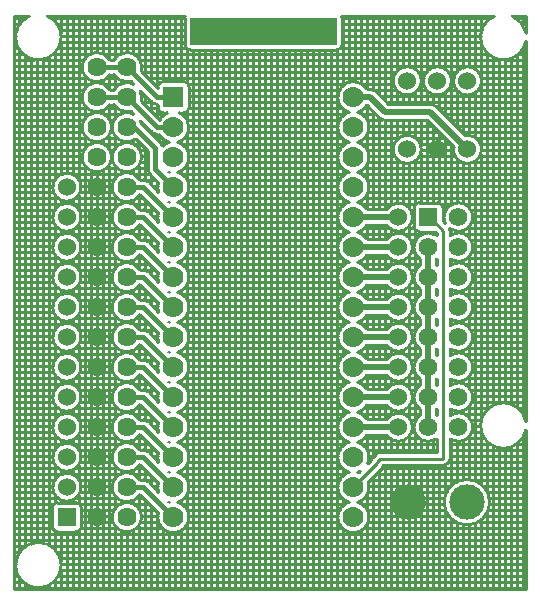
<source format=gtl>
G04 Layer: TopLayer*
G04 EasyEDA v6.3.22, 2020-01-09T12:31:20+05:30*
G04 bd4f618bde3a4eb5865f35d396bc4457,11778fa6cc0c40cc9ad434e143376f4a,10*
G04 Gerber Generator version 0.2*
G04 Scale: 100 percent, Rotated: No, Reflected: No *
G04 Dimensions in inches *
G04 leading zeros omitted , absolute positions ,2 integer and 4 decimal *
%FSLAX24Y24*%
%MOIN*%
G90*
G70D02*

%ADD10C,0.010000*%
%ADD11C,0.020000*%
%ADD12C,0.015000*%
%ADD13C,0.060000*%
%ADD14R,0.062992X0.062992*%
%ADD15C,0.118110*%
%ADD16R,0.070000X0.070000*%
%ADD17C,0.070000*%
%ADD18C,0.062000*%
%ADD19R,0.062000X0.062000*%
%ADD20C,0.063937*%

%LPD*%
G54D10*
G01X17198Y19248D02*
G01X17198Y18693D01*
G01X16754Y19248D02*
G01X17198Y19248D01*
G01X17170Y18799D02*
G01X17198Y18799D01*
G01X17065Y18999D02*
G01X17198Y18999D01*
G01X16849Y19199D02*
G01X17198Y19199D01*
G01X17100Y18947D02*
G01X17100Y19248D01*
G01X16900Y19164D02*
G01X16900Y19248D01*
G01X4994Y15804D02*
G01X4374Y16423D01*
G01X4346Y16755D02*
G01X4725Y16375D01*
G01X4900Y16303D02*
G01X4928Y16303D01*
G01X4928Y16303D02*
G01X4928Y16200D01*
G01X5100Y16028D02*
G01X5242Y16028D01*
G01X4799Y15999D02*
G01X5185Y15999D01*
G01X4599Y16199D02*
G01X4928Y16199D01*
G01X4399Y16399D02*
G01X4702Y16399D01*
G01X4388Y16599D02*
G01X4502Y16599D01*
G01X5100Y15936D02*
G01X5100Y16028D01*
G01X4900Y15898D02*
G01X4900Y16303D01*
G01X4700Y16098D02*
G01X4700Y16401D01*
G01X4500Y16298D02*
G01X4500Y16601D01*
G01X5024Y15024D02*
G01X4375Y15673D01*
G01X4346Y15755D02*
G01X4725Y15375D01*
G01X4900Y15303D02*
G01X4990Y15303D01*
G01X5046Y14999D02*
G01X5185Y14999D01*
G01X4849Y15199D02*
G01X5064Y15199D01*
G01X4649Y15399D02*
G01X4702Y15399D01*
G01X4449Y15599D02*
G01X4502Y15599D01*
G01X5300Y15049D02*
G01X5300Y15050D01*
G01X5100Y14936D02*
G01X5100Y15163D01*
G01X4900Y15148D02*
G01X4900Y15303D01*
G01X4700Y15348D02*
G01X4700Y15401D01*
G01X4500Y15548D02*
G01X4500Y15601D01*
G01X5299Y14049D02*
G01X5297Y14051D01*
G01X5300Y14049D02*
G01X5300Y14050D01*
G01X5299Y13049D02*
G01X5297Y13051D01*
G01X5300Y13049D02*
G01X5300Y13050D01*
G01X5299Y12049D02*
G01X5297Y12051D01*
G01X5300Y12049D02*
G01X5300Y12050D01*
G01X5299Y11049D02*
G01X5297Y11051D01*
G01X5300Y11049D02*
G01X5300Y11050D01*
G01X14228Y11157D02*
G01X14228Y10942D01*
G01X14221Y10947D02*
G01X14221Y11152D01*
G01X14221Y10999D02*
G01X14228Y10999D01*
G01X5299Y10049D02*
G01X5297Y10051D01*
G01X5300Y10049D02*
G01X5300Y10050D01*
G01X14228Y10157D02*
G01X14228Y9942D01*
G01X14221Y9947D02*
G01X14221Y10152D01*
G01X14221Y9999D02*
G01X14228Y9999D01*
G01X5299Y9049D02*
G01X5297Y9051D01*
G01X5300Y9049D02*
G01X5300Y9050D01*
G01X14228Y9157D02*
G01X14228Y8942D01*
G01X14221Y8947D02*
G01X14221Y9152D01*
G01X14221Y8999D02*
G01X14228Y8999D01*
G01X5299Y8049D02*
G01X5297Y8051D01*
G01X5300Y8049D02*
G01X5300Y8050D01*
G01X14228Y8157D02*
G01X14228Y7942D01*
G01X14221Y7947D02*
G01X14221Y8152D01*
G01X14221Y7999D02*
G01X14228Y7999D01*
G01X5299Y7049D02*
G01X5297Y7051D01*
G01X5300Y7049D02*
G01X5300Y7050D01*
G01X14228Y7157D02*
G01X14228Y6942D01*
G01X14221Y6947D02*
G01X14221Y7152D01*
G01X14221Y6999D02*
G01X14228Y6999D01*
G01X5299Y6049D02*
G01X5297Y6051D01*
G01X5300Y6049D02*
G01X5300Y6050D01*
G01X14228Y6157D02*
G01X14228Y5942D01*
G01X14221Y5947D02*
G01X14221Y6152D01*
G01X14221Y5999D02*
G01X14228Y5999D01*
G01X5299Y5049D02*
G01X5297Y5051D01*
G01X5300Y5049D02*
G01X5300Y5050D01*
G01X5299Y4049D02*
G01X5297Y4051D01*
G01X5300Y4049D02*
G01X5300Y4050D01*
G01X11658Y4072D02*
G01X11627Y4040D01*
G01X5299Y3049D02*
G01X5297Y3051D01*
G01X5300Y3049D02*
G01X5300Y3050D01*
G01X151Y151D02*
G01X151Y19248D01*
G01X151Y19248D02*
G01X645Y19248D01*
G01X1254Y19248D02*
G01X5835Y19248D01*
G01X5828Y19200D02*
G01X5828Y18300D01*
G01X6000Y18128D02*
G01X10900Y18128D01*
G01X11071Y18300D02*
G01X11071Y19200D01*
G01X11064Y19248D02*
G01X16145Y19248D01*
G01X17198Y18406D02*
G01X17198Y5743D01*
G01X17198Y5456D02*
G01X17198Y151D01*
G01X17198Y151D02*
G01X151Y151D01*
G01X11940Y3727D02*
G01X12406Y4193D01*
G01X12459Y4278D02*
G01X14450Y4278D01*
G01X14671Y4500D02*
G01X14671Y5157D01*
G01X14671Y5942D02*
G01X14671Y6157D01*
G01X14671Y6942D02*
G01X14671Y7157D01*
G01X14671Y7942D02*
G01X14671Y8157D01*
G01X14671Y8942D02*
G01X14671Y9157D01*
G01X14671Y9942D02*
G01X14671Y10157D01*
G01X14671Y10942D02*
G01X14671Y11157D01*
G01X14671Y11942D02*
G01X14671Y12100D01*
G01X14510Y12352D02*
G01X14431Y12431D01*
G01X14431Y12431D02*
G01X14431Y12859D01*
G01X14260Y13031D02*
G01X13639Y13031D01*
G01X13468Y12859D02*
G01X13468Y12240D01*
G01X13639Y12068D02*
G01X14168Y12068D01*
G01X14168Y12068D02*
G01X14228Y12008D01*
G01X14228Y12008D02*
G01X14228Y11942D01*
G01X13678Y11152D02*
G01X13678Y10947D01*
G01X13678Y10152D02*
G01X13678Y9947D01*
G01X13678Y9152D02*
G01X13678Y8947D01*
G01X13678Y8152D02*
G01X13678Y7947D01*
G01X13678Y7152D02*
G01X13678Y6947D01*
G01X13678Y6152D02*
G01X13678Y5947D01*
G01X14228Y5157D02*
G01X14228Y4721D01*
G01X14228Y4721D02*
G01X12350Y4721D01*
G01X12193Y4656D02*
G01X12093Y4556D01*
G01X12033Y4446D02*
G01X11927Y4341D01*
G01X11895Y5278D02*
G01X12564Y5278D01*
G01X12564Y5821D02*
G01X11895Y5821D01*
G01X11895Y6278D02*
G01X12564Y6278D01*
G01X12564Y6821D02*
G01X11895Y6821D01*
G01X11895Y7278D02*
G01X12564Y7278D01*
G01X12564Y7821D02*
G01X11895Y7821D01*
G01X11895Y8278D02*
G01X12564Y8278D01*
G01X12564Y8821D02*
G01X11895Y8821D01*
G01X11895Y9278D02*
G01X12564Y9278D01*
G01X12564Y9821D02*
G01X11895Y9821D01*
G01X11895Y10278D02*
G01X12564Y10278D01*
G01X12564Y10821D02*
G01X11895Y10821D01*
G01X11895Y11278D02*
G01X12564Y11278D01*
G01X12564Y11821D02*
G01X11895Y11821D01*
G01X11895Y12278D02*
G01X12564Y12278D01*
G01X12564Y12821D02*
G01X11895Y12821D01*
G01X11892Y16273D02*
G01X12308Y15858D01*
G01X12500Y15778D02*
G01X13899Y15778D01*
G01X13899Y15778D02*
G01X14789Y14888D01*
G01X15173Y15272D02*
G01X14204Y16241D01*
G01X14012Y16321D02*
G01X12612Y16321D01*
G01X12612Y16321D02*
G01X12191Y16741D01*
G01X12000Y16821D02*
G01X11895Y16821D01*
G01X5657Y16028D02*
G01X5800Y16028D01*
G01X5971Y16200D02*
G01X5971Y16900D01*
G01X5800Y17071D02*
G01X5100Y17071D01*
G01X4928Y16900D02*
G01X4928Y16870D01*
G01X4928Y16870D02*
G01X4374Y17423D01*
G01X3475Y17796D02*
G01X3324Y17796D01*
G01X3324Y17303D02*
G01X3475Y17303D01*
G01X4026Y17075D02*
G01X4105Y16996D01*
G01X3475Y16796D02*
G01X3324Y16796D01*
G01X3324Y16303D02*
G01X3475Y16303D01*
G01X4026Y16075D02*
G01X4105Y15996D01*
G01X4194Y15156D02*
G01X4603Y14747D01*
G01X4603Y14747D02*
G01X4603Y14150D01*
G01X4675Y13975D02*
G01X4950Y13700D01*
G01X4951Y13397D02*
G01X4624Y13724D01*
G01X4450Y13796D02*
G01X4324Y13796D01*
G01X4324Y13303D02*
G01X4347Y13303D01*
G01X4347Y13303D02*
G01X4950Y12700D01*
G01X4951Y12397D02*
G01X4624Y12724D01*
G01X4450Y12796D02*
G01X4324Y12796D01*
G01X4324Y12303D02*
G01X4347Y12303D01*
G01X4347Y12303D02*
G01X4950Y11700D01*
G01X4951Y11397D02*
G01X4624Y11724D01*
G01X4450Y11796D02*
G01X4324Y11796D01*
G01X4324Y11303D02*
G01X4347Y11303D01*
G01X4347Y11303D02*
G01X4950Y10700D01*
G01X4951Y10397D02*
G01X4624Y10724D01*
G01X4450Y10796D02*
G01X4324Y10796D01*
G01X4324Y10303D02*
G01X4347Y10303D01*
G01X4347Y10303D02*
G01X4950Y9700D01*
G01X4951Y9397D02*
G01X4624Y9724D01*
G01X4450Y9796D02*
G01X4324Y9796D01*
G01X4324Y9303D02*
G01X4347Y9303D01*
G01X4347Y9303D02*
G01X4950Y8700D01*
G01X4951Y8397D02*
G01X4624Y8724D01*
G01X4450Y8796D02*
G01X4324Y8796D01*
G01X4324Y8303D02*
G01X4347Y8303D01*
G01X4347Y8303D02*
G01X4950Y7700D01*
G01X4951Y7397D02*
G01X4624Y7724D01*
G01X4450Y7796D02*
G01X4324Y7796D01*
G01X4324Y7303D02*
G01X4347Y7303D01*
G01X4347Y7303D02*
G01X4950Y6700D01*
G01X4951Y6397D02*
G01X4624Y6724D01*
G01X4450Y6796D02*
G01X4324Y6796D01*
G01X4324Y6303D02*
G01X4347Y6303D01*
G01X4347Y6303D02*
G01X4950Y5700D01*
G01X4951Y5397D02*
G01X4624Y5724D01*
G01X4450Y5796D02*
G01X4324Y5796D01*
G01X4324Y5303D02*
G01X4347Y5303D01*
G01X4347Y5303D02*
G01X4950Y4700D01*
G01X4951Y4397D02*
G01X4624Y4724D01*
G01X4450Y4796D02*
G01X4324Y4796D01*
G01X4324Y4303D02*
G01X4347Y4303D01*
G01X4347Y4303D02*
G01X4950Y3700D01*
G01X4951Y3397D02*
G01X4624Y3724D01*
G01X4450Y3796D02*
G01X4324Y3796D01*
G01X4324Y3303D02*
G01X4347Y3303D01*
G01X4347Y3303D02*
G01X4950Y2700D01*
G01X2386Y2235D02*
G01X2386Y2864D01*
G01X2214Y3036D02*
G01X1585Y3036D01*
G01X1413Y2864D02*
G01X1413Y2235D01*
G01X1585Y2063D02*
G01X2214Y2063D01*
G01X151Y199D02*
G01X819Y199D01*
G01X1080Y199D02*
G01X17198Y199D01*
G01X151Y399D02*
G01X423Y399D01*
G01X1476Y399D02*
G01X17198Y399D01*
G01X151Y599D02*
G01X273Y599D01*
G01X1626Y599D02*
G01X17198Y599D01*
G01X151Y799D02*
G01X203Y799D01*
G01X1696Y799D02*
G01X17198Y799D01*
G01X151Y999D02*
G01X189Y999D01*
G01X1710Y999D02*
G01X17198Y999D01*
G01X151Y1199D02*
G01X229Y1199D01*
G01X1670Y1199D02*
G01X17198Y1199D01*
G01X151Y1399D02*
G01X334Y1399D01*
G01X1565Y1399D02*
G01X17198Y1399D01*
G01X151Y1599D02*
G01X550Y1599D01*
G01X1349Y1599D02*
G01X17198Y1599D01*
G01X151Y1799D02*
G01X17198Y1799D01*
G01X151Y1999D02*
G01X17198Y1999D01*
G01X151Y2199D02*
G01X1417Y2199D01*
G01X2382Y2199D02*
G01X3556Y2199D01*
G01X4243Y2199D02*
G01X5064Y2199D01*
G01X5835Y2199D02*
G01X11064Y2199D01*
G01X11835Y2199D02*
G01X17198Y2199D01*
G01X151Y2399D02*
G01X1413Y2399D01*
G01X2386Y2399D02*
G01X3432Y2399D01*
G01X4367Y2399D02*
G01X4950Y2399D01*
G01X5949Y2399D02*
G01X10950Y2399D01*
G01X11949Y2399D02*
G01X14837Y2399D01*
G01X15630Y2399D02*
G01X17198Y2399D01*
G01X151Y2599D02*
G01X1413Y2599D01*
G01X2386Y2599D02*
G01X3411Y2599D01*
G01X4388Y2599D02*
G01X4930Y2599D01*
G01X5969Y2599D02*
G01X10930Y2599D01*
G01X11969Y2599D02*
G01X14619Y2599D01*
G01X15848Y2599D02*
G01X17198Y2599D01*
G01X151Y2799D02*
G01X1413Y2799D01*
G01X2386Y2799D02*
G01X3476Y2799D01*
G01X4323Y2799D02*
G01X4852Y2799D01*
G01X5908Y2799D02*
G01X10991Y2799D01*
G01X11908Y2799D02*
G01X14514Y2799D01*
G01X15953Y2799D02*
G01X17198Y2799D01*
G01X151Y2999D02*
G01X1478Y2999D01*
G01X2321Y2999D02*
G01X3701Y2999D01*
G01X4098Y2999D02*
G01X4652Y2999D01*
G01X5714Y2999D02*
G01X11185Y2999D01*
G01X11714Y2999D02*
G01X14473Y2999D01*
G01X15994Y2999D02*
G01X17198Y2999D01*
G01X151Y3199D02*
G01X1584Y3199D01*
G01X2215Y3199D02*
G01X3556Y3199D01*
G01X4243Y3199D02*
G01X4452Y3199D01*
G01X5835Y3199D02*
G01X11064Y3199D01*
G01X11835Y3199D02*
G01X14486Y3199D01*
G01X15981Y3199D02*
G01X17198Y3199D01*
G01X151Y3399D02*
G01X1453Y3399D01*
G01X2346Y3399D02*
G01X3432Y3399D01*
G01X4949Y3399D02*
G01X4950Y3399D01*
G01X5949Y3399D02*
G01X10950Y3399D01*
G01X11949Y3399D02*
G01X14556Y3399D01*
G01X15911Y3399D02*
G01X17198Y3399D01*
G01X151Y3599D02*
G01X1431Y3599D01*
G01X2368Y3599D02*
G01X3411Y3599D01*
G01X4749Y3599D02*
G01X4930Y3599D01*
G01X5969Y3599D02*
G01X10930Y3599D01*
G01X11969Y3599D02*
G01X14705Y3599D01*
G01X15762Y3599D02*
G01X17198Y3599D01*
G01X151Y3799D02*
G01X1499Y3799D01*
G01X2300Y3799D02*
G01X3476Y3799D01*
G01X4323Y3799D02*
G01X4852Y3799D01*
G01X5908Y3799D02*
G01X10991Y3799D01*
G01X12012Y3799D02*
G01X15094Y3799D01*
G01X15373Y3799D02*
G01X17198Y3799D01*
G01X151Y3999D02*
G01X1756Y3999D01*
G01X2043Y3999D02*
G01X3701Y3999D01*
G01X4098Y3999D02*
G01X4652Y3999D01*
G01X5714Y3999D02*
G01X11185Y3999D01*
G01X12212Y3999D02*
G01X17198Y3999D01*
G01X151Y4199D02*
G01X1584Y4199D01*
G01X2215Y4199D02*
G01X3556Y4199D01*
G01X4243Y4199D02*
G01X4452Y4199D01*
G01X5835Y4199D02*
G01X11064Y4199D01*
G01X12412Y4199D02*
G01X17198Y4199D01*
G01X151Y4399D02*
G01X1453Y4399D01*
G01X2346Y4399D02*
G01X3432Y4399D01*
G01X4949Y4399D02*
G01X4950Y4399D01*
G01X5949Y4399D02*
G01X10950Y4399D01*
G01X11949Y4399D02*
G01X11985Y4399D01*
G01X14647Y4399D02*
G01X17198Y4399D01*
G01X151Y4599D02*
G01X1431Y4599D01*
G01X2368Y4599D02*
G01X3411Y4599D01*
G01X4749Y4599D02*
G01X4930Y4599D01*
G01X5969Y4599D02*
G01X10930Y4599D01*
G01X11969Y4599D02*
G01X12135Y4599D01*
G01X14671Y4599D02*
G01X17198Y4599D01*
G01X151Y4799D02*
G01X1499Y4799D01*
G01X2300Y4799D02*
G01X3476Y4799D01*
G01X4323Y4799D02*
G01X4852Y4799D01*
G01X5908Y4799D02*
G01X10991Y4799D01*
G01X11908Y4799D02*
G01X14228Y4799D01*
G01X14671Y4799D02*
G01X17198Y4799D01*
G01X151Y4999D02*
G01X1756Y4999D01*
G01X2043Y4999D02*
G01X3701Y4999D01*
G01X4098Y4999D02*
G01X4652Y4999D01*
G01X5714Y4999D02*
G01X11185Y4999D01*
G01X11714Y4999D02*
G01X14228Y4999D01*
G01X14671Y4999D02*
G01X15981Y4999D01*
G01X16918Y4999D02*
G01X17198Y4999D01*
G01X151Y5199D02*
G01X1584Y5199D01*
G01X2215Y5199D02*
G01X3556Y5199D01*
G01X4243Y5199D02*
G01X4452Y5199D01*
G01X5835Y5199D02*
G01X11064Y5199D01*
G01X11835Y5199D02*
G01X12634Y5199D01*
G01X13265Y5199D02*
G01X13620Y5199D01*
G01X15279Y5199D02*
G01X15801Y5199D01*
G01X17098Y5199D02*
G01X17198Y5199D01*
G01X151Y5399D02*
G01X1453Y5399D01*
G01X2346Y5399D02*
G01X3432Y5399D01*
G01X4949Y5399D02*
G01X4950Y5399D01*
G01X5949Y5399D02*
G01X10950Y5399D01*
G01X13396Y5399D02*
G01X13492Y5399D01*
G01X15407Y5399D02*
G01X15714Y5399D01*
G01X17185Y5399D02*
G01X17198Y5399D01*
G01X151Y5599D02*
G01X1431Y5599D01*
G01X2368Y5599D02*
G01X3411Y5599D01*
G01X4749Y5599D02*
G01X4930Y5599D01*
G01X5969Y5599D02*
G01X10930Y5599D01*
G01X13418Y5599D02*
G01X13471Y5599D01*
G01X15428Y5599D02*
G01X15687Y5599D01*
G01X151Y5799D02*
G01X1499Y5799D01*
G01X2300Y5799D02*
G01X3476Y5799D01*
G01X4323Y5799D02*
G01X4852Y5799D01*
G01X5908Y5799D02*
G01X10991Y5799D01*
G01X13350Y5799D02*
G01X13537Y5799D01*
G01X15362Y5799D02*
G01X15714Y5799D01*
G01X17185Y5799D02*
G01X17198Y5799D01*
G01X151Y5999D02*
G01X1756Y5999D01*
G01X2043Y5999D02*
G01X3701Y5999D01*
G01X4098Y5999D02*
G01X4652Y5999D01*
G01X5714Y5999D02*
G01X11185Y5999D01*
G01X11714Y5999D02*
G01X12806Y5999D01*
G01X13093Y5999D02*
G01X13678Y5999D01*
G01X14671Y5999D02*
G01X14776Y5999D01*
G01X15123Y5999D02*
G01X15800Y5999D01*
G01X17099Y5999D02*
G01X17198Y5999D01*
G01X151Y6199D02*
G01X1584Y6199D01*
G01X2215Y6199D02*
G01X3556Y6199D01*
G01X4243Y6199D02*
G01X4452Y6199D01*
G01X5835Y6199D02*
G01X11064Y6199D01*
G01X11835Y6199D02*
G01X12634Y6199D01*
G01X13265Y6199D02*
G01X13620Y6199D01*
G01X15279Y6199D02*
G01X15979Y6199D01*
G01X16920Y6199D02*
G01X17198Y6199D01*
G01X151Y6399D02*
G01X1453Y6399D01*
G01X2346Y6399D02*
G01X3432Y6399D01*
G01X4949Y6399D02*
G01X4950Y6399D01*
G01X5949Y6399D02*
G01X10950Y6399D01*
G01X13396Y6399D02*
G01X13492Y6399D01*
G01X15407Y6399D02*
G01X17198Y6399D01*
G01X151Y6599D02*
G01X1431Y6599D01*
G01X2368Y6599D02*
G01X3411Y6599D01*
G01X4749Y6599D02*
G01X4930Y6599D01*
G01X5969Y6599D02*
G01X10930Y6599D01*
G01X13418Y6599D02*
G01X13471Y6599D01*
G01X15428Y6599D02*
G01X17198Y6599D01*
G01X151Y6799D02*
G01X1499Y6799D01*
G01X2300Y6799D02*
G01X3476Y6799D01*
G01X4323Y6799D02*
G01X4852Y6799D01*
G01X5908Y6799D02*
G01X10991Y6799D01*
G01X13350Y6799D02*
G01X13537Y6799D01*
G01X15362Y6799D02*
G01X17198Y6799D01*
G01X151Y6999D02*
G01X1756Y6999D01*
G01X2043Y6999D02*
G01X3701Y6999D01*
G01X4098Y6999D02*
G01X4652Y6999D01*
G01X5714Y6999D02*
G01X11185Y6999D01*
G01X11714Y6999D02*
G01X12806Y6999D01*
G01X13093Y6999D02*
G01X13678Y6999D01*
G01X14671Y6999D02*
G01X14776Y6999D01*
G01X15123Y6999D02*
G01X17198Y6999D01*
G01X151Y7199D02*
G01X1584Y7199D01*
G01X2215Y7199D02*
G01X3556Y7199D01*
G01X4243Y7199D02*
G01X4452Y7199D01*
G01X5835Y7199D02*
G01X11064Y7199D01*
G01X11835Y7199D02*
G01X12634Y7199D01*
G01X13265Y7199D02*
G01X13620Y7199D01*
G01X15279Y7199D02*
G01X17198Y7199D01*
G01X151Y7399D02*
G01X1453Y7399D01*
G01X2346Y7399D02*
G01X3432Y7399D01*
G01X4949Y7399D02*
G01X4950Y7399D01*
G01X5949Y7399D02*
G01X10950Y7399D01*
G01X13396Y7399D02*
G01X13492Y7399D01*
G01X15407Y7399D02*
G01X17198Y7399D01*
G01X151Y7599D02*
G01X1431Y7599D01*
G01X2368Y7599D02*
G01X3411Y7599D01*
G01X4749Y7599D02*
G01X4930Y7599D01*
G01X5969Y7599D02*
G01X10930Y7599D01*
G01X13418Y7599D02*
G01X13471Y7599D01*
G01X15428Y7599D02*
G01X17198Y7599D01*
G01X151Y7799D02*
G01X1499Y7799D01*
G01X2300Y7799D02*
G01X3476Y7799D01*
G01X4323Y7799D02*
G01X4852Y7799D01*
G01X5908Y7799D02*
G01X10991Y7799D01*
G01X13350Y7799D02*
G01X13537Y7799D01*
G01X15362Y7799D02*
G01X17198Y7799D01*
G01X151Y7999D02*
G01X1756Y7999D01*
G01X2043Y7999D02*
G01X3701Y7999D01*
G01X4098Y7999D02*
G01X4652Y7999D01*
G01X5714Y7999D02*
G01X11185Y7999D01*
G01X11714Y7999D02*
G01X12806Y7999D01*
G01X13093Y7999D02*
G01X13678Y7999D01*
G01X14671Y7999D02*
G01X14776Y7999D01*
G01X15123Y7999D02*
G01X17198Y7999D01*
G01X151Y8199D02*
G01X1584Y8199D01*
G01X2215Y8199D02*
G01X3556Y8199D01*
G01X4243Y8199D02*
G01X4452Y8199D01*
G01X5835Y8199D02*
G01X11064Y8199D01*
G01X11835Y8199D02*
G01X12634Y8199D01*
G01X13265Y8199D02*
G01X13620Y8199D01*
G01X15279Y8199D02*
G01X17198Y8199D01*
G01X151Y8399D02*
G01X1453Y8399D01*
G01X2346Y8399D02*
G01X3432Y8399D01*
G01X4949Y8399D02*
G01X4950Y8399D01*
G01X5949Y8399D02*
G01X10950Y8399D01*
G01X13396Y8399D02*
G01X13492Y8399D01*
G01X15407Y8399D02*
G01X17198Y8399D01*
G01X151Y8599D02*
G01X1431Y8599D01*
G01X2368Y8599D02*
G01X3411Y8599D01*
G01X4749Y8599D02*
G01X4930Y8599D01*
G01X5969Y8599D02*
G01X10930Y8599D01*
G01X13418Y8599D02*
G01X13471Y8599D01*
G01X15428Y8599D02*
G01X17198Y8599D01*
G01X151Y8799D02*
G01X1499Y8799D01*
G01X2300Y8799D02*
G01X3476Y8799D01*
G01X4323Y8799D02*
G01X4852Y8799D01*
G01X5908Y8799D02*
G01X10991Y8799D01*
G01X13350Y8799D02*
G01X13537Y8799D01*
G01X15362Y8799D02*
G01X17198Y8799D01*
G01X151Y8999D02*
G01X1756Y8999D01*
G01X2043Y8999D02*
G01X3701Y8999D01*
G01X4098Y8999D02*
G01X4652Y8999D01*
G01X5714Y8999D02*
G01X11185Y8999D01*
G01X11714Y8999D02*
G01X12806Y8999D01*
G01X13093Y8999D02*
G01X13678Y8999D01*
G01X14671Y8999D02*
G01X14776Y8999D01*
G01X15123Y8999D02*
G01X17198Y8999D01*
G01X151Y9199D02*
G01X1584Y9199D01*
G01X2215Y9199D02*
G01X3556Y9199D01*
G01X4243Y9199D02*
G01X4452Y9199D01*
G01X5835Y9199D02*
G01X11064Y9199D01*
G01X11835Y9199D02*
G01X12634Y9199D01*
G01X13265Y9199D02*
G01X13620Y9199D01*
G01X15279Y9199D02*
G01X17198Y9199D01*
G01X151Y9399D02*
G01X1453Y9399D01*
G01X2346Y9399D02*
G01X3432Y9399D01*
G01X4949Y9399D02*
G01X4950Y9399D01*
G01X5949Y9399D02*
G01X10950Y9399D01*
G01X13396Y9399D02*
G01X13492Y9399D01*
G01X15407Y9399D02*
G01X17198Y9399D01*
G01X151Y9599D02*
G01X1431Y9599D01*
G01X2368Y9599D02*
G01X3411Y9599D01*
G01X4749Y9599D02*
G01X4930Y9599D01*
G01X5969Y9599D02*
G01X10930Y9599D01*
G01X13418Y9599D02*
G01X13471Y9599D01*
G01X15428Y9599D02*
G01X17198Y9599D01*
G01X151Y9799D02*
G01X1499Y9799D01*
G01X2300Y9799D02*
G01X3476Y9799D01*
G01X4323Y9799D02*
G01X4852Y9799D01*
G01X5908Y9799D02*
G01X10991Y9799D01*
G01X13350Y9799D02*
G01X13537Y9799D01*
G01X15362Y9799D02*
G01X17198Y9799D01*
G01X151Y9999D02*
G01X1756Y9999D01*
G01X2043Y9999D02*
G01X3701Y9999D01*
G01X4098Y9999D02*
G01X4652Y9999D01*
G01X5714Y9999D02*
G01X11185Y9999D01*
G01X11714Y9999D02*
G01X12806Y9999D01*
G01X13093Y9999D02*
G01X13678Y9999D01*
G01X14671Y9999D02*
G01X14776Y9999D01*
G01X15123Y9999D02*
G01X17198Y9999D01*
G01X151Y10199D02*
G01X1584Y10199D01*
G01X2215Y10199D02*
G01X3556Y10199D01*
G01X4243Y10199D02*
G01X4452Y10199D01*
G01X5835Y10199D02*
G01X11064Y10199D01*
G01X11835Y10199D02*
G01X12634Y10199D01*
G01X13265Y10199D02*
G01X13620Y10199D01*
G01X15279Y10199D02*
G01X17198Y10199D01*
G01X151Y10399D02*
G01X1453Y10399D01*
G01X2346Y10399D02*
G01X3432Y10399D01*
G01X4949Y10399D02*
G01X4950Y10399D01*
G01X5949Y10399D02*
G01X10950Y10399D01*
G01X13396Y10399D02*
G01X13492Y10399D01*
G01X15407Y10399D02*
G01X17198Y10399D01*
G01X151Y10599D02*
G01X1431Y10599D01*
G01X2368Y10599D02*
G01X3411Y10599D01*
G01X4749Y10599D02*
G01X4930Y10599D01*
G01X5969Y10599D02*
G01X10930Y10599D01*
G01X13418Y10599D02*
G01X13471Y10599D01*
G01X15428Y10599D02*
G01X17198Y10599D01*
G01X151Y10799D02*
G01X1499Y10799D01*
G01X2300Y10799D02*
G01X3476Y10799D01*
G01X4323Y10799D02*
G01X4852Y10799D01*
G01X5908Y10799D02*
G01X10991Y10799D01*
G01X13350Y10799D02*
G01X13537Y10799D01*
G01X15362Y10799D02*
G01X17198Y10799D01*
G01X151Y10999D02*
G01X1756Y10999D01*
G01X2043Y10999D02*
G01X3701Y10999D01*
G01X4098Y10999D02*
G01X4652Y10999D01*
G01X5714Y10999D02*
G01X11185Y10999D01*
G01X11714Y10999D02*
G01X12806Y10999D01*
G01X13093Y10999D02*
G01X13678Y10999D01*
G01X14671Y10999D02*
G01X14776Y10999D01*
G01X15123Y10999D02*
G01X17198Y10999D01*
G01X151Y11199D02*
G01X1584Y11199D01*
G01X2215Y11199D02*
G01X3556Y11199D01*
G01X4243Y11199D02*
G01X4452Y11199D01*
G01X5835Y11199D02*
G01X11064Y11199D01*
G01X11835Y11199D02*
G01X12634Y11199D01*
G01X13265Y11199D02*
G01X13620Y11199D01*
G01X15279Y11199D02*
G01X17198Y11199D01*
G01X151Y11399D02*
G01X1453Y11399D01*
G01X2346Y11399D02*
G01X3432Y11399D01*
G01X4949Y11399D02*
G01X4950Y11399D01*
G01X5949Y11399D02*
G01X10950Y11399D01*
G01X13396Y11399D02*
G01X13492Y11399D01*
G01X15407Y11399D02*
G01X17198Y11399D01*
G01X151Y11599D02*
G01X1431Y11599D01*
G01X2368Y11599D02*
G01X3411Y11599D01*
G01X4749Y11599D02*
G01X4930Y11599D01*
G01X5969Y11599D02*
G01X10930Y11599D01*
G01X13418Y11599D02*
G01X13471Y11599D01*
G01X15428Y11599D02*
G01X17198Y11599D01*
G01X151Y11799D02*
G01X1499Y11799D01*
G01X2300Y11799D02*
G01X3476Y11799D01*
G01X4323Y11799D02*
G01X4852Y11799D01*
G01X5908Y11799D02*
G01X10991Y11799D01*
G01X13350Y11799D02*
G01X13537Y11799D01*
G01X15362Y11799D02*
G01X17198Y11799D01*
G01X151Y11999D02*
G01X1756Y11999D01*
G01X2043Y11999D02*
G01X3701Y11999D01*
G01X4098Y11999D02*
G01X4652Y11999D01*
G01X5714Y11999D02*
G01X11185Y11999D01*
G01X11714Y11999D02*
G01X12806Y11999D01*
G01X13093Y11999D02*
G01X13776Y11999D01*
G01X14123Y11999D02*
G01X14228Y11999D01*
G01X14671Y11999D02*
G01X14776Y11999D01*
G01X15123Y11999D02*
G01X17198Y11999D01*
G01X151Y12199D02*
G01X1584Y12199D01*
G01X2215Y12199D02*
G01X3556Y12199D01*
G01X4243Y12199D02*
G01X4452Y12199D01*
G01X5835Y12199D02*
G01X11064Y12199D01*
G01X11835Y12199D02*
G01X12634Y12199D01*
G01X13265Y12199D02*
G01X13473Y12199D01*
G01X15279Y12199D02*
G01X17198Y12199D01*
G01X151Y12399D02*
G01X1453Y12399D01*
G01X2346Y12399D02*
G01X3432Y12399D01*
G01X4949Y12399D02*
G01X4950Y12399D01*
G01X5949Y12399D02*
G01X10950Y12399D01*
G01X13396Y12399D02*
G01X13468Y12399D01*
G01X14464Y12399D02*
G01X14492Y12399D01*
G01X15407Y12399D02*
G01X17198Y12399D01*
G01X151Y12599D02*
G01X1431Y12599D01*
G01X2368Y12599D02*
G01X3411Y12599D01*
G01X4749Y12599D02*
G01X4930Y12599D01*
G01X5969Y12599D02*
G01X10930Y12599D01*
G01X13418Y12599D02*
G01X13468Y12599D01*
G01X14431Y12599D02*
G01X14471Y12599D01*
G01X15428Y12599D02*
G01X17198Y12599D01*
G01X151Y12799D02*
G01X1499Y12799D01*
G01X2300Y12799D02*
G01X3476Y12799D01*
G01X4323Y12799D02*
G01X4852Y12799D01*
G01X5908Y12799D02*
G01X10991Y12799D01*
G01X13350Y12799D02*
G01X13468Y12799D01*
G01X14431Y12799D02*
G01X14537Y12799D01*
G01X15362Y12799D02*
G01X17198Y12799D01*
G01X151Y12999D02*
G01X1756Y12999D01*
G01X2043Y12999D02*
G01X3701Y12999D01*
G01X4098Y12999D02*
G01X4652Y12999D01*
G01X5714Y12999D02*
G01X11185Y12999D01*
G01X11714Y12999D02*
G01X12806Y12999D01*
G01X13093Y12999D02*
G01X13539Y12999D01*
G01X14360Y12999D02*
G01X14776Y12999D01*
G01X15123Y12999D02*
G01X17198Y12999D01*
G01X151Y13199D02*
G01X1584Y13199D01*
G01X2215Y13199D02*
G01X3556Y13199D01*
G01X4243Y13199D02*
G01X4452Y13199D01*
G01X5835Y13199D02*
G01X11064Y13199D01*
G01X11835Y13199D02*
G01X17198Y13199D01*
G01X151Y13399D02*
G01X1453Y13399D01*
G01X2346Y13399D02*
G01X3432Y13399D01*
G01X4949Y13399D02*
G01X4950Y13399D01*
G01X5949Y13399D02*
G01X10950Y13399D01*
G01X11949Y13399D02*
G01X17198Y13399D01*
G01X151Y13599D02*
G01X1431Y13599D01*
G01X2368Y13599D02*
G01X3411Y13599D01*
G01X4749Y13599D02*
G01X4930Y13599D01*
G01X5969Y13599D02*
G01X10930Y13599D01*
G01X11969Y13599D02*
G01X17198Y13599D01*
G01X151Y13799D02*
G01X1499Y13799D01*
G01X2300Y13799D02*
G01X3476Y13799D01*
G01X4323Y13799D02*
G01X4852Y13799D01*
G01X5908Y13799D02*
G01X10991Y13799D01*
G01X11908Y13799D02*
G01X17198Y13799D01*
G01X151Y13999D02*
G01X1756Y13999D01*
G01X2043Y13999D02*
G01X3701Y13999D01*
G01X4098Y13999D02*
G01X4655Y13999D01*
G01X5714Y13999D02*
G01X11185Y13999D01*
G01X11714Y13999D02*
G01X17198Y13999D01*
G01X151Y14199D02*
G01X2556Y14199D01*
G01X3243Y14199D02*
G01X3556Y14199D01*
G01X4243Y14199D02*
G01X4603Y14199D01*
G01X5835Y14199D02*
G01X11064Y14199D01*
G01X11835Y14199D02*
G01X17198Y14199D01*
G01X151Y14399D02*
G01X2432Y14399D01*
G01X3367Y14399D02*
G01X3432Y14399D01*
G01X4367Y14399D02*
G01X4603Y14399D01*
G01X5949Y14399D02*
G01X10950Y14399D01*
G01X11949Y14399D02*
G01X13011Y14399D01*
G01X13480Y14399D02*
G01X15019Y14399D01*
G01X15488Y14399D02*
G01X17198Y14399D01*
G01X151Y14599D02*
G01X2411Y14599D01*
G01X3388Y14599D02*
G01X3411Y14599D01*
G01X4388Y14599D02*
G01X4603Y14599D01*
G01X5969Y14599D02*
G01X10930Y14599D01*
G01X11969Y14599D02*
G01X12823Y14599D01*
G01X13668Y14599D02*
G01X14831Y14599D01*
G01X15676Y14599D02*
G01X17198Y14599D01*
G01X151Y14799D02*
G01X2476Y14799D01*
G01X3323Y14799D02*
G01X3476Y14799D01*
G01X4323Y14799D02*
G01X4552Y14799D01*
G01X5908Y14799D02*
G01X10991Y14799D01*
G01X11908Y14799D02*
G01X12774Y14799D01*
G01X13717Y14799D02*
G01X14782Y14799D01*
G01X15725Y14799D02*
G01X17198Y14799D01*
G01X151Y14999D02*
G01X2701Y14999D01*
G01X3098Y14999D02*
G01X3701Y14999D01*
G01X4098Y14999D02*
G01X4352Y14999D01*
G01X5714Y14999D02*
G01X11185Y14999D01*
G01X11714Y14999D02*
G01X12814Y14999D01*
G01X13677Y14999D02*
G01X14679Y14999D01*
G01X15685Y14999D02*
G01X17198Y14999D01*
G01X151Y15199D02*
G01X2556Y15199D01*
G01X3243Y15199D02*
G01X3556Y15199D01*
G01X5835Y15199D02*
G01X11064Y15199D01*
G01X11835Y15199D02*
G01X12982Y15199D01*
G01X13509Y15199D02*
G01X14479Y15199D01*
G01X15517Y15199D02*
G01X17198Y15199D01*
G01X151Y15399D02*
G01X2432Y15399D01*
G01X3367Y15399D02*
G01X3432Y15399D01*
G01X5949Y15399D02*
G01X10950Y15399D01*
G01X11949Y15399D02*
G01X14279Y15399D01*
G01X15047Y15399D02*
G01X17198Y15399D01*
G01X151Y15599D02*
G01X2411Y15599D01*
G01X3388Y15599D02*
G01X3411Y15599D01*
G01X5969Y15599D02*
G01X10930Y15599D01*
G01X11969Y15599D02*
G01X14079Y15599D01*
G01X14847Y15599D02*
G01X17198Y15599D01*
G01X151Y15799D02*
G01X2476Y15799D01*
G01X3323Y15799D02*
G01X3476Y15799D01*
G01X5908Y15799D02*
G01X10991Y15799D01*
G01X11908Y15799D02*
G01X12396Y15799D01*
G01X14647Y15799D02*
G01X17198Y15799D01*
G01X151Y15999D02*
G01X2701Y15999D01*
G01X3098Y15999D02*
G01X3701Y15999D01*
G01X4098Y15999D02*
G01X4102Y15999D01*
G01X5714Y15999D02*
G01X11185Y15999D01*
G01X11714Y15999D02*
G01X12166Y15999D01*
G01X14447Y15999D02*
G01X17198Y15999D01*
G01X151Y16199D02*
G01X2556Y16199D01*
G01X3243Y16199D02*
G01X3556Y16199D01*
G01X5971Y16199D02*
G01X11064Y16199D01*
G01X11835Y16199D02*
G01X11966Y16199D01*
G01X14247Y16199D02*
G01X17198Y16199D01*
G01X151Y16399D02*
G01X2432Y16399D01*
G01X5971Y16399D02*
G01X10950Y16399D01*
G01X12534Y16399D02*
G01X17198Y16399D01*
G01X151Y16599D02*
G01X2411Y16599D01*
G01X5971Y16599D02*
G01X10930Y16599D01*
G01X12334Y16599D02*
G01X17198Y16599D01*
G01X151Y16799D02*
G01X2476Y16799D01*
G01X3323Y16799D02*
G01X3476Y16799D01*
G01X5971Y16799D02*
G01X10991Y16799D01*
G01X12107Y16799D02*
G01X12876Y16799D01*
G01X13616Y16799D02*
G01X13880Y16799D01*
G01X14619Y16799D02*
G01X14884Y16799D01*
G01X15623Y16799D02*
G01X17198Y16799D01*
G01X151Y16999D02*
G01X2701Y16999D01*
G01X3098Y16999D02*
G01X3701Y16999D01*
G01X4098Y16999D02*
G01X4102Y16999D01*
G01X4799Y16999D02*
G01X4960Y16999D01*
G01X5939Y16999D02*
G01X11185Y16999D01*
G01X11714Y16999D02*
G01X12783Y16999D01*
G01X13708Y16999D02*
G01X13787Y16999D01*
G01X14712Y16999D02*
G01X14791Y16999D01*
G01X15716Y16999D02*
G01X17198Y16999D01*
G01X151Y17199D02*
G01X2556Y17199D01*
G01X3243Y17199D02*
G01X3556Y17199D01*
G01X4599Y17199D02*
G01X12787Y17199D01*
G01X13705Y17199D02*
G01X13790Y17199D01*
G01X14709Y17199D02*
G01X14794Y17199D01*
G01X15712Y17199D02*
G01X17198Y17199D01*
G01X151Y17399D02*
G01X2432Y17399D01*
G01X4399Y17399D02*
G01X12888Y17399D01*
G01X13603Y17399D02*
G01X13892Y17399D01*
G01X14607Y17399D02*
G01X14896Y17399D01*
G01X15611Y17399D02*
G01X17198Y17399D01*
G01X151Y17599D02*
G01X2411Y17599D01*
G01X4388Y17599D02*
G01X17198Y17599D01*
G01X151Y17799D02*
G01X819Y17799D01*
G01X1080Y17799D02*
G01X2476Y17799D01*
G01X3323Y17799D02*
G01X3476Y17799D01*
G01X4323Y17799D02*
G01X16319Y17799D01*
G01X16580Y17799D02*
G01X17198Y17799D01*
G01X151Y17999D02*
G01X423Y17999D01*
G01X1476Y17999D02*
G01X2701Y17999D01*
G01X3098Y17999D02*
G01X3701Y17999D01*
G01X4098Y17999D02*
G01X15923Y17999D01*
G01X16976Y17999D02*
G01X17198Y17999D01*
G01X151Y18199D02*
G01X273Y18199D01*
G01X1626Y18199D02*
G01X5861Y18199D01*
G01X11038Y18199D02*
G01X15773Y18199D01*
G01X17126Y18199D02*
G01X17198Y18199D01*
G01X151Y18399D02*
G01X203Y18399D01*
G01X1696Y18399D02*
G01X5828Y18399D01*
G01X11071Y18399D02*
G01X15703Y18399D01*
G01X17196Y18399D02*
G01X17198Y18399D01*
G01X151Y18599D02*
G01X189Y18599D01*
G01X1710Y18599D02*
G01X5828Y18599D01*
G01X11071Y18599D02*
G01X15689Y18599D01*
G01X151Y18799D02*
G01X229Y18799D01*
G01X1670Y18799D02*
G01X5828Y18799D01*
G01X11071Y18799D02*
G01X15729Y18799D01*
G01X151Y18999D02*
G01X334Y18999D01*
G01X1565Y18999D02*
G01X5828Y18999D01*
G01X11071Y18999D02*
G01X15834Y18999D01*
G01X151Y19199D02*
G01X550Y19199D01*
G01X1349Y19199D02*
G01X5828Y19199D01*
G01X11071Y19199D02*
G01X16050Y19199D01*
G01X17100Y151D02*
G01X17100Y5202D01*
G01X17100Y5997D02*
G01X17100Y18152D01*
G01X16900Y151D02*
G01X16900Y4985D01*
G01X16900Y6214D02*
G01X16900Y17935D01*
G01X16700Y151D02*
G01X16700Y4880D01*
G01X16700Y6319D02*
G01X16700Y17830D01*
G01X16500Y151D02*
G01X16500Y4839D01*
G01X16500Y6360D02*
G01X16500Y17789D01*
G01X16300Y151D02*
G01X16300Y4852D01*
G01X16300Y6347D02*
G01X16300Y17802D01*
G01X16100Y151D02*
G01X16100Y4923D01*
G01X16100Y6276D02*
G01X16100Y17873D01*
G01X16100Y19226D02*
G01X16100Y19248D01*
G01X15900Y151D02*
G01X15900Y2679D01*
G01X15900Y3420D02*
G01X15900Y5072D01*
G01X15900Y6127D02*
G01X15900Y18022D01*
G01X15900Y19077D02*
G01X15900Y19248D01*
G01X15700Y151D02*
G01X15700Y2447D01*
G01X15700Y3652D02*
G01X15700Y5465D01*
G01X15700Y5734D02*
G01X15700Y14655D01*
G01X15700Y14961D02*
G01X15700Y16939D01*
G01X15700Y17244D02*
G01X15700Y18415D01*
G01X15700Y18684D02*
G01X15700Y19248D01*
G01X15500Y151D02*
G01X15500Y2335D01*
G01X15500Y3764D02*
G01X15500Y14406D01*
G01X15500Y15210D02*
G01X15500Y16689D01*
G01X15500Y17493D02*
G01X15500Y19248D01*
G01X15300Y151D02*
G01X15300Y2290D01*
G01X15300Y3809D02*
G01X15300Y5219D01*
G01X15300Y5880D02*
G01X15300Y6219D01*
G01X15300Y6880D02*
G01X15300Y7219D01*
G01X15300Y7880D02*
G01X15300Y8219D01*
G01X15300Y8880D02*
G01X15300Y9219D01*
G01X15300Y9880D02*
G01X15300Y10219D01*
G01X15300Y10880D02*
G01X15300Y11219D01*
G01X15300Y11880D02*
G01X15300Y12219D01*
G01X15300Y12880D02*
G01X15300Y14339D01*
G01X15300Y15277D02*
G01X15300Y16622D01*
G01X15300Y17560D02*
G01X15300Y19248D01*
G01X15100Y151D02*
G01X15100Y2299D01*
G01X15100Y3800D02*
G01X15100Y5092D01*
G01X15100Y6007D02*
G01X15100Y6092D01*
G01X15100Y7007D02*
G01X15100Y7092D01*
G01X15100Y8007D02*
G01X15100Y8092D01*
G01X15100Y9007D02*
G01X15100Y9092D01*
G01X15100Y10007D02*
G01X15100Y10092D01*
G01X15100Y11007D02*
G01X15100Y11092D01*
G01X15100Y12007D02*
G01X15100Y12092D01*
G01X15100Y13007D02*
G01X15100Y14362D01*
G01X15100Y15346D02*
G01X15100Y16646D01*
G01X15100Y17537D02*
G01X15100Y19248D01*
G01X14900Y151D02*
G01X14900Y2365D01*
G01X14900Y3734D02*
G01X14900Y5071D01*
G01X14900Y6028D02*
G01X14900Y6071D01*
G01X14900Y7028D02*
G01X14900Y7071D01*
G01X14900Y8028D02*
G01X14900Y8071D01*
G01X14900Y9028D02*
G01X14900Y9071D01*
G01X14900Y10028D02*
G01X14900Y10071D01*
G01X14900Y11028D02*
G01X14900Y11071D01*
G01X14900Y12028D02*
G01X14900Y12071D01*
G01X14900Y13028D02*
G01X14900Y14496D01*
G01X14900Y15546D02*
G01X14900Y16780D01*
G01X14900Y17403D02*
G01X14900Y19248D01*
G01X14700Y151D02*
G01X14700Y2506D01*
G01X14700Y3593D02*
G01X14700Y5138D01*
G01X14700Y5961D02*
G01X14700Y6138D01*
G01X14700Y6961D02*
G01X14700Y7138D01*
G01X14700Y7961D02*
G01X14700Y8138D01*
G01X14700Y8961D02*
G01X14700Y9138D01*
G01X14700Y9961D02*
G01X14700Y10138D01*
G01X14700Y10961D02*
G01X14700Y11138D01*
G01X14700Y11961D02*
G01X14700Y12138D01*
G01X14700Y12961D02*
G01X14700Y14978D01*
G01X14700Y15746D02*
G01X14700Y16950D01*
G01X14700Y17232D02*
G01X14700Y19248D01*
G01X14500Y151D02*
G01X14500Y2845D01*
G01X14500Y3254D02*
G01X14500Y4284D01*
G01X14500Y12363D02*
G01X14500Y12378D01*
G01X14500Y12721D02*
G01X14500Y15178D01*
G01X14500Y15946D02*
G01X14500Y16691D01*
G01X14500Y17491D02*
G01X14500Y19248D01*
G01X14300Y151D02*
G01X14300Y4278D01*
G01X14300Y13026D02*
G01X14300Y15378D01*
G01X14300Y16146D02*
G01X14300Y16622D01*
G01X14300Y17560D02*
G01X14300Y19248D01*
G01X14100Y151D02*
G01X14100Y4278D01*
G01X14100Y4721D02*
G01X14100Y5092D01*
G01X14100Y12007D02*
G01X14100Y12068D01*
G01X14100Y13031D02*
G01X14100Y15578D01*
G01X14100Y16306D02*
G01X14100Y16644D01*
G01X14100Y17538D02*
G01X14100Y19248D01*
G01X13900Y151D02*
G01X13900Y4278D01*
G01X13900Y4721D02*
G01X13900Y5071D01*
G01X13900Y12028D02*
G01X13900Y12068D01*
G01X13900Y13031D02*
G01X13900Y15778D01*
G01X13900Y16321D02*
G01X13900Y16775D01*
G01X13900Y17407D02*
G01X13900Y19248D01*
G01X13700Y151D02*
G01X13700Y4278D01*
G01X13700Y4721D02*
G01X13700Y5138D01*
G01X13700Y11961D02*
G01X13700Y12068D01*
G01X13700Y13031D02*
G01X13700Y14681D01*
G01X13700Y14935D02*
G01X13700Y15778D01*
G01X13700Y16321D02*
G01X13700Y16963D01*
G01X13700Y17220D02*
G01X13700Y19248D01*
G01X13500Y151D02*
G01X13500Y4278D01*
G01X13500Y4721D02*
G01X13500Y5378D01*
G01X13500Y5721D02*
G01X13500Y6378D01*
G01X13500Y6721D02*
G01X13500Y7378D01*
G01X13500Y7721D02*
G01X13500Y8378D01*
G01X13500Y8721D02*
G01X13500Y9378D01*
G01X13500Y9721D02*
G01X13500Y10378D01*
G01X13500Y10721D02*
G01X13500Y11378D01*
G01X13500Y11721D02*
G01X13500Y12140D01*
G01X13500Y12959D02*
G01X13500Y14411D01*
G01X13500Y15205D02*
G01X13500Y15778D01*
G01X13500Y16321D02*
G01X13500Y16694D01*
G01X13500Y17489D02*
G01X13500Y19248D01*
G01X13300Y151D02*
G01X13300Y4278D01*
G01X13300Y4721D02*
G01X13300Y5234D01*
G01X13300Y5865D02*
G01X13300Y6234D01*
G01X13300Y6865D02*
G01X13300Y7234D01*
G01X13300Y7865D02*
G01X13300Y8234D01*
G01X13300Y8865D02*
G01X13300Y9234D01*
G01X13300Y9865D02*
G01X13300Y10234D01*
G01X13300Y10865D02*
G01X13300Y11234D01*
G01X13300Y11865D02*
G01X13300Y12234D01*
G01X13300Y12865D02*
G01X13300Y14339D01*
G01X13300Y15276D02*
G01X13300Y15778D01*
G01X13300Y16321D02*
G01X13300Y16623D01*
G01X13300Y17560D02*
G01X13300Y19248D01*
G01X13100Y151D02*
G01X13100Y4278D01*
G01X13100Y4721D02*
G01X13100Y5102D01*
G01X13100Y5997D02*
G01X13100Y6102D01*
G01X13100Y6997D02*
G01X13100Y7102D01*
G01X13100Y7997D02*
G01X13100Y8102D01*
G01X13100Y8997D02*
G01X13100Y9102D01*
G01X13100Y9997D02*
G01X13100Y10102D01*
G01X13100Y10997D02*
G01X13100Y11102D01*
G01X13100Y11997D02*
G01X13100Y12102D01*
G01X13100Y12997D02*
G01X13100Y14359D01*
G01X13100Y15256D02*
G01X13100Y15778D01*
G01X13100Y16321D02*
G01X13100Y16643D01*
G01X13100Y17539D02*
G01X13100Y19248D01*
G01X12900Y151D02*
G01X12900Y4278D01*
G01X12900Y4721D02*
G01X12900Y5081D01*
G01X12900Y6018D02*
G01X12900Y6081D01*
G01X12900Y7018D02*
G01X12900Y7081D01*
G01X12900Y8018D02*
G01X12900Y8081D01*
G01X12900Y9018D02*
G01X12900Y9081D01*
G01X12900Y10018D02*
G01X12900Y10081D01*
G01X12900Y11018D02*
G01X12900Y11081D01*
G01X12900Y12018D02*
G01X12900Y12081D01*
G01X12900Y13018D02*
G01X12900Y14487D01*
G01X12900Y15128D02*
G01X12900Y15778D01*
G01X12900Y16321D02*
G01X12900Y16771D01*
G01X12900Y17411D02*
G01X12900Y19248D01*
G01X12700Y151D02*
G01X12700Y4278D01*
G01X12700Y4721D02*
G01X12700Y5150D01*
G01X12700Y5949D02*
G01X12700Y6150D01*
G01X12700Y6949D02*
G01X12700Y7150D01*
G01X12700Y7949D02*
G01X12700Y8150D01*
G01X12700Y8949D02*
G01X12700Y9150D01*
G01X12700Y9949D02*
G01X12700Y10150D01*
G01X12700Y10949D02*
G01X12700Y11150D01*
G01X12700Y11949D02*
G01X12700Y12150D01*
G01X12700Y12949D02*
G01X12700Y15778D01*
G01X12700Y16321D02*
G01X12700Y19248D01*
G01X12500Y151D02*
G01X12500Y4278D01*
G01X12500Y4721D02*
G01X12500Y5278D01*
G01X12500Y5821D02*
G01X12500Y6278D01*
G01X12500Y6821D02*
G01X12500Y7278D01*
G01X12500Y7821D02*
G01X12500Y8278D01*
G01X12500Y8821D02*
G01X12500Y9278D01*
G01X12500Y9821D02*
G01X12500Y10278D01*
G01X12500Y10821D02*
G01X12500Y11278D01*
G01X12500Y11821D02*
G01X12500Y12278D01*
G01X12500Y12821D02*
G01X12500Y15778D01*
G01X12500Y16433D02*
G01X12500Y19248D01*
G01X12300Y151D02*
G01X12300Y4086D01*
G01X12300Y4715D02*
G01X12300Y5278D01*
G01X12300Y5821D02*
G01X12300Y6278D01*
G01X12300Y6821D02*
G01X12300Y7278D01*
G01X12300Y7821D02*
G01X12300Y8278D01*
G01X12300Y8821D02*
G01X12300Y9278D01*
G01X12300Y9821D02*
G01X12300Y10278D01*
G01X12300Y10821D02*
G01X12300Y11278D01*
G01X12300Y11821D02*
G01X12300Y12278D01*
G01X12300Y12821D02*
G01X12300Y15866D01*
G01X12300Y16633D02*
G01X12300Y19248D01*
G01X12100Y151D02*
G01X12100Y3886D01*
G01X12100Y4563D02*
G01X12100Y5278D01*
G01X12100Y5821D02*
G01X12100Y6278D01*
G01X12100Y6821D02*
G01X12100Y7278D01*
G01X12100Y7821D02*
G01X12100Y8278D01*
G01X12100Y8821D02*
G01X12100Y9278D01*
G01X12100Y9821D02*
G01X12100Y10278D01*
G01X12100Y10821D02*
G01X12100Y11278D01*
G01X12100Y11821D02*
G01X12100Y12278D01*
G01X12100Y12821D02*
G01X12100Y16066D01*
G01X12100Y16802D02*
G01X12100Y19248D01*
G01X11900Y151D02*
G01X11900Y2286D01*
G01X11900Y2813D02*
G01X11900Y3286D01*
G01X11900Y4813D02*
G01X11900Y5278D01*
G01X11900Y5821D02*
G01X11900Y6278D01*
G01X11900Y6821D02*
G01X11900Y7278D01*
G01X11900Y7821D02*
G01X11900Y8278D01*
G01X11900Y8821D02*
G01X11900Y9278D01*
G01X11900Y9821D02*
G01X11900Y10278D01*
G01X11900Y10821D02*
G01X11900Y11278D01*
G01X11900Y11821D02*
G01X11900Y12278D01*
G01X11900Y12821D02*
G01X11900Y13286D01*
G01X11900Y13813D02*
G01X11900Y14286D01*
G01X11900Y14813D02*
G01X11900Y15286D01*
G01X11900Y15813D02*
G01X11900Y16266D01*
G01X11900Y16821D02*
G01X11900Y19248D01*
G01X11700Y151D02*
G01X11700Y2092D01*
G01X11700Y3007D02*
G01X11700Y3092D01*
G01X11700Y5007D02*
G01X11700Y5092D01*
G01X11700Y6007D02*
G01X11700Y6092D01*
G01X11700Y7007D02*
G01X11700Y7092D01*
G01X11700Y8007D02*
G01X11700Y8092D01*
G01X11700Y9007D02*
G01X11700Y9092D01*
G01X11700Y10007D02*
G01X11700Y10092D01*
G01X11700Y11007D02*
G01X11700Y11092D01*
G01X11700Y12007D02*
G01X11700Y12092D01*
G01X11700Y13007D02*
G01X11700Y13092D01*
G01X11700Y14007D02*
G01X11700Y14092D01*
G01X11700Y15007D02*
G01X11700Y15092D01*
G01X11700Y16007D02*
G01X11700Y16092D01*
G01X11700Y17007D02*
G01X11700Y19248D01*
G01X11500Y151D02*
G01X11500Y2030D01*
G01X11500Y17069D02*
G01X11500Y19248D01*
G01X11300Y151D02*
G01X11300Y2050D01*
G01X11300Y3049D02*
G01X11300Y3050D01*
G01X11300Y4049D02*
G01X11300Y4050D01*
G01X11300Y5049D02*
G01X11300Y5050D01*
G01X11300Y6049D02*
G01X11300Y6050D01*
G01X11300Y7049D02*
G01X11300Y7050D01*
G01X11300Y8049D02*
G01X11300Y8050D01*
G01X11300Y9049D02*
G01X11300Y9050D01*
G01X11300Y10049D02*
G01X11300Y10050D01*
G01X11300Y11049D02*
G01X11300Y11050D01*
G01X11300Y12049D02*
G01X11300Y12050D01*
G01X11300Y13049D02*
G01X11300Y13050D01*
G01X11300Y14049D02*
G01X11300Y14050D01*
G01X11300Y15049D02*
G01X11300Y15050D01*
G01X11300Y16049D02*
G01X11300Y16050D01*
G01X11300Y17049D02*
G01X11300Y19248D01*
G01X11100Y151D02*
G01X11100Y2163D01*
G01X11100Y2936D02*
G01X11100Y3163D01*
G01X11100Y3936D02*
G01X11100Y4163D01*
G01X11100Y4936D02*
G01X11100Y5163D01*
G01X11100Y5936D02*
G01X11100Y6163D01*
G01X11100Y6936D02*
G01X11100Y7163D01*
G01X11100Y7936D02*
G01X11100Y8163D01*
G01X11100Y8936D02*
G01X11100Y9163D01*
G01X11100Y9936D02*
G01X11100Y10163D01*
G01X11100Y10936D02*
G01X11100Y11163D01*
G01X11100Y11936D02*
G01X11100Y12163D01*
G01X11100Y12936D02*
G01X11100Y13163D01*
G01X11100Y13936D02*
G01X11100Y14163D01*
G01X11100Y14936D02*
G01X11100Y15163D01*
G01X11100Y15936D02*
G01X11100Y16163D01*
G01X11100Y16936D02*
G01X11100Y19248D01*
G01X10900Y151D02*
G01X10900Y18128D01*
G01X10700Y151D02*
G01X10700Y18128D01*
G01X10500Y151D02*
G01X10500Y18128D01*
G01X10300Y151D02*
G01X10300Y18128D01*
G01X10100Y151D02*
G01X10100Y18128D01*
G01X9900Y151D02*
G01X9900Y18128D01*
G01X9700Y151D02*
G01X9700Y18128D01*
G01X9500Y151D02*
G01X9500Y18128D01*
G01X9300Y151D02*
G01X9300Y18128D01*
G01X9100Y151D02*
G01X9100Y18128D01*
G01X8900Y151D02*
G01X8900Y18128D01*
G01X8700Y151D02*
G01X8700Y18128D01*
G01X8500Y151D02*
G01X8500Y18128D01*
G01X8300Y151D02*
G01X8300Y18128D01*
G01X8100Y151D02*
G01X8100Y18128D01*
G01X7900Y151D02*
G01X7900Y18128D01*
G01X7700Y151D02*
G01X7700Y18128D01*
G01X7500Y151D02*
G01X7500Y18128D01*
G01X7300Y151D02*
G01X7300Y18128D01*
G01X7100Y151D02*
G01X7100Y18128D01*
G01X6900Y151D02*
G01X6900Y18128D01*
G01X6700Y151D02*
G01X6700Y18128D01*
G01X6500Y151D02*
G01X6500Y18128D01*
G01X6300Y151D02*
G01X6300Y18128D01*
G01X6100Y151D02*
G01X6100Y18128D01*
G01X5900Y151D02*
G01X5900Y2286D01*
G01X5900Y2813D02*
G01X5900Y3286D01*
G01X5900Y3813D02*
G01X5900Y4286D01*
G01X5900Y4813D02*
G01X5900Y5286D01*
G01X5900Y5813D02*
G01X5900Y6286D01*
G01X5900Y6813D02*
G01X5900Y7286D01*
G01X5900Y7813D02*
G01X5900Y8286D01*
G01X5900Y8813D02*
G01X5900Y9286D01*
G01X5900Y9813D02*
G01X5900Y10286D01*
G01X5900Y10813D02*
G01X5900Y11286D01*
G01X5900Y11813D02*
G01X5900Y12286D01*
G01X5900Y12813D02*
G01X5900Y13286D01*
G01X5900Y13813D02*
G01X5900Y14286D01*
G01X5900Y14813D02*
G01X5900Y15286D01*
G01X5900Y15813D02*
G01X5900Y16060D01*
G01X5900Y17039D02*
G01X5900Y18160D01*
G01X5700Y151D02*
G01X5700Y2092D01*
G01X5700Y3007D02*
G01X5700Y3092D01*
G01X5700Y4007D02*
G01X5700Y4092D01*
G01X5700Y5007D02*
G01X5700Y5092D01*
G01X5700Y6007D02*
G01X5700Y6092D01*
G01X5700Y7007D02*
G01X5700Y7092D01*
G01X5700Y8007D02*
G01X5700Y8092D01*
G01X5700Y9007D02*
G01X5700Y9092D01*
G01X5700Y10007D02*
G01X5700Y10092D01*
G01X5700Y11007D02*
G01X5700Y11092D01*
G01X5700Y12007D02*
G01X5700Y12092D01*
G01X5700Y13007D02*
G01X5700Y13092D01*
G01X5700Y14007D02*
G01X5700Y14092D01*
G01X5700Y15007D02*
G01X5700Y15092D01*
G01X5700Y16007D02*
G01X5700Y16028D01*
G01X5700Y17071D02*
G01X5700Y19248D01*
G01X5500Y151D02*
G01X5500Y2030D01*
G01X5500Y17071D02*
G01X5500Y19248D01*
G01X5300Y151D02*
G01X5300Y2050D01*
G01X5300Y17071D02*
G01X5300Y19248D01*
G01X5100Y151D02*
G01X5100Y2163D01*
G01X5100Y17071D02*
G01X5100Y19248D01*
G01X4900Y151D02*
G01X4900Y2751D01*
G01X4900Y3448D02*
G01X4900Y3751D01*
G01X4900Y4448D02*
G01X4900Y4751D01*
G01X4900Y5448D02*
G01X4900Y5751D01*
G01X4900Y6448D02*
G01X4900Y6751D01*
G01X4900Y7448D02*
G01X4900Y7751D01*
G01X4900Y8448D02*
G01X4900Y8751D01*
G01X4900Y9448D02*
G01X4900Y9751D01*
G01X4900Y10448D02*
G01X4900Y10751D01*
G01X4900Y11448D02*
G01X4900Y11751D01*
G01X4900Y12448D02*
G01X4900Y12751D01*
G01X4900Y13448D02*
G01X4900Y13751D01*
G01X4900Y16898D02*
G01X4900Y19248D01*
G01X4700Y151D02*
G01X4700Y2951D01*
G01X4700Y3648D02*
G01X4700Y3951D01*
G01X4700Y4648D02*
G01X4700Y4951D01*
G01X4700Y5648D02*
G01X4700Y5951D01*
G01X4700Y6648D02*
G01X4700Y6951D01*
G01X4700Y7648D02*
G01X4700Y7951D01*
G01X4700Y8648D02*
G01X4700Y8951D01*
G01X4700Y9648D02*
G01X4700Y9951D01*
G01X4700Y10648D02*
G01X4700Y10951D01*
G01X4700Y11648D02*
G01X4700Y11951D01*
G01X4700Y12648D02*
G01X4700Y12951D01*
G01X4700Y13648D02*
G01X4700Y13951D01*
G01X4700Y17098D02*
G01X4700Y19248D01*
G01X4500Y151D02*
G01X4500Y3151D01*
G01X4500Y3791D02*
G01X4500Y4151D01*
G01X4500Y4791D02*
G01X4500Y5151D01*
G01X4500Y5791D02*
G01X4500Y6151D01*
G01X4500Y6791D02*
G01X4500Y7151D01*
G01X4500Y7791D02*
G01X4500Y8151D01*
G01X4500Y8791D02*
G01X4500Y9151D01*
G01X4500Y9791D02*
G01X4500Y10151D01*
G01X4500Y10791D02*
G01X4500Y11151D01*
G01X4500Y11791D02*
G01X4500Y12151D01*
G01X4500Y12791D02*
G01X4500Y13151D01*
G01X4500Y13791D02*
G01X4500Y14851D01*
G01X4500Y17298D02*
G01X4500Y19248D01*
G01X4300Y151D02*
G01X4300Y2264D01*
G01X4300Y2835D02*
G01X4300Y3264D01*
G01X4300Y3835D02*
G01X4300Y4264D01*
G01X4300Y4835D02*
G01X4300Y5264D01*
G01X4300Y5835D02*
G01X4300Y6264D01*
G01X4300Y6835D02*
G01X4300Y7264D01*
G01X4300Y7835D02*
G01X4300Y8264D01*
G01X4300Y8835D02*
G01X4300Y9264D01*
G01X4300Y9835D02*
G01X4300Y10264D01*
G01X4300Y10835D02*
G01X4300Y11264D01*
G01X4300Y11835D02*
G01X4300Y12264D01*
G01X4300Y12835D02*
G01X4300Y13264D01*
G01X4300Y13835D02*
G01X4300Y14264D01*
G01X4300Y14835D02*
G01X4300Y15051D01*
G01X4300Y17835D02*
G01X4300Y19248D01*
G01X4100Y151D02*
G01X4100Y2101D01*
G01X4100Y2998D02*
G01X4100Y3101D01*
G01X4100Y3998D02*
G01X4100Y4101D01*
G01X4100Y4998D02*
G01X4100Y5101D01*
G01X4100Y5998D02*
G01X4100Y6101D01*
G01X4100Y6998D02*
G01X4100Y7101D01*
G01X4100Y7998D02*
G01X4100Y8101D01*
G01X4100Y8998D02*
G01X4100Y9101D01*
G01X4100Y9998D02*
G01X4100Y10101D01*
G01X4100Y10998D02*
G01X4100Y11101D01*
G01X4100Y11998D02*
G01X4100Y12101D01*
G01X4100Y12998D02*
G01X4100Y13101D01*
G01X4100Y13998D02*
G01X4100Y14101D01*
G01X4100Y14998D02*
G01X4100Y15101D01*
G01X4100Y15998D02*
G01X4100Y16001D01*
G01X4100Y16998D02*
G01X4100Y17001D01*
G01X4100Y17998D02*
G01X4100Y19248D01*
G01X3900Y151D02*
G01X3900Y2058D01*
G01X3900Y3041D02*
G01X3900Y3058D01*
G01X3900Y4041D02*
G01X3900Y4058D01*
G01X3900Y5041D02*
G01X3900Y5058D01*
G01X3900Y6041D02*
G01X3900Y6058D01*
G01X3900Y7041D02*
G01X3900Y7058D01*
G01X3900Y8041D02*
G01X3900Y8058D01*
G01X3900Y9041D02*
G01X3900Y9058D01*
G01X3900Y10041D02*
G01X3900Y10058D01*
G01X3900Y11041D02*
G01X3900Y11058D01*
G01X3900Y12041D02*
G01X3900Y12058D01*
G01X3900Y13041D02*
G01X3900Y13058D01*
G01X3900Y14041D02*
G01X3900Y14058D01*
G01X3900Y15041D02*
G01X3900Y15058D01*
G01X3900Y16041D02*
G01X3900Y16058D01*
G01X3900Y17041D02*
G01X3900Y17058D01*
G01X3900Y18041D02*
G01X3900Y19248D01*
G01X3700Y151D02*
G01X3700Y2101D01*
G01X3700Y2998D02*
G01X3700Y3101D01*
G01X3700Y3998D02*
G01X3700Y4101D01*
G01X3700Y4998D02*
G01X3700Y5101D01*
G01X3700Y5998D02*
G01X3700Y6101D01*
G01X3700Y6998D02*
G01X3700Y7101D01*
G01X3700Y7998D02*
G01X3700Y8101D01*
G01X3700Y8998D02*
G01X3700Y9101D01*
G01X3700Y9998D02*
G01X3700Y10101D01*
G01X3700Y10998D02*
G01X3700Y11101D01*
G01X3700Y11998D02*
G01X3700Y12101D01*
G01X3700Y12998D02*
G01X3700Y13101D01*
G01X3700Y13998D02*
G01X3700Y14101D01*
G01X3700Y14998D02*
G01X3700Y15101D01*
G01X3700Y15998D02*
G01X3700Y16101D01*
G01X3700Y16998D02*
G01X3700Y17101D01*
G01X3700Y17998D02*
G01X3700Y19248D01*
G01X3500Y151D02*
G01X3500Y2264D01*
G01X3500Y2835D02*
G01X3500Y3264D01*
G01X3500Y3835D02*
G01X3500Y4264D01*
G01X3500Y4835D02*
G01X3500Y5264D01*
G01X3500Y5835D02*
G01X3500Y6264D01*
G01X3500Y6835D02*
G01X3500Y7264D01*
G01X3500Y7835D02*
G01X3500Y8264D01*
G01X3500Y8835D02*
G01X3500Y9264D01*
G01X3500Y9835D02*
G01X3500Y10264D01*
G01X3500Y10835D02*
G01X3500Y11264D01*
G01X3500Y11835D02*
G01X3500Y12264D01*
G01X3500Y12835D02*
G01X3500Y13264D01*
G01X3500Y13835D02*
G01X3500Y14264D01*
G01X3500Y14835D02*
G01X3500Y15264D01*
G01X3500Y15835D02*
G01X3500Y16264D01*
G01X3500Y16835D02*
G01X3500Y17264D01*
G01X3500Y17835D02*
G01X3500Y19248D01*
G01X3300Y151D02*
G01X3300Y14264D01*
G01X3300Y14835D02*
G01X3300Y15264D01*
G01X3300Y15835D02*
G01X3300Y16264D01*
G01X3300Y16835D02*
G01X3300Y17264D01*
G01X3300Y17835D02*
G01X3300Y19248D01*
G01X3100Y151D02*
G01X3100Y14101D01*
G01X3100Y14998D02*
G01X3100Y15101D01*
G01X3100Y15998D02*
G01X3100Y16101D01*
G01X3100Y16998D02*
G01X3100Y17101D01*
G01X3100Y17998D02*
G01X3100Y19248D01*
G01X2900Y151D02*
G01X2900Y14058D01*
G01X2900Y15041D02*
G01X2900Y15058D01*
G01X2900Y16041D02*
G01X2900Y16058D01*
G01X2900Y17041D02*
G01X2900Y17058D01*
G01X2900Y18041D02*
G01X2900Y19248D01*
G01X2700Y151D02*
G01X2700Y14101D01*
G01X2700Y14998D02*
G01X2700Y15101D01*
G01X2700Y15998D02*
G01X2700Y16101D01*
G01X2700Y16998D02*
G01X2700Y17101D01*
G01X2700Y17998D02*
G01X2700Y19248D01*
G01X2500Y151D02*
G01X2500Y14264D01*
G01X2500Y14835D02*
G01X2500Y15264D01*
G01X2500Y15835D02*
G01X2500Y16264D01*
G01X2500Y16835D02*
G01X2500Y17264D01*
G01X2500Y17835D02*
G01X2500Y19248D01*
G01X2300Y151D02*
G01X2300Y2086D01*
G01X2300Y3013D02*
G01X2300Y3300D01*
G01X2300Y3799D02*
G01X2300Y4300D01*
G01X2300Y4799D02*
G01X2300Y5300D01*
G01X2300Y5799D02*
G01X2300Y6300D01*
G01X2300Y6799D02*
G01X2300Y7300D01*
G01X2300Y7799D02*
G01X2300Y8300D01*
G01X2300Y8799D02*
G01X2300Y9300D01*
G01X2300Y9799D02*
G01X2300Y10300D01*
G01X2300Y10799D02*
G01X2300Y11300D01*
G01X2300Y11799D02*
G01X2300Y12300D01*
G01X2300Y12799D02*
G01X2300Y13300D01*
G01X2300Y13799D02*
G01X2300Y19248D01*
G01X2100Y151D02*
G01X2100Y2063D01*
G01X2100Y3036D02*
G01X2100Y3123D01*
G01X2100Y3976D02*
G01X2100Y4123D01*
G01X2100Y4976D02*
G01X2100Y5123D01*
G01X2100Y5976D02*
G01X2100Y6123D01*
G01X2100Y6976D02*
G01X2100Y7123D01*
G01X2100Y7976D02*
G01X2100Y8123D01*
G01X2100Y8976D02*
G01X2100Y9123D01*
G01X2100Y9976D02*
G01X2100Y10123D01*
G01X2100Y10976D02*
G01X2100Y11123D01*
G01X2100Y11976D02*
G01X2100Y12123D01*
G01X2100Y12976D02*
G01X2100Y13123D01*
G01X2100Y13976D02*
G01X2100Y19248D01*
G01X1900Y151D02*
G01X1900Y2063D01*
G01X1900Y3036D02*
G01X1900Y3078D01*
G01X1900Y4021D02*
G01X1900Y4078D01*
G01X1900Y5021D02*
G01X1900Y5078D01*
G01X1900Y6021D02*
G01X1900Y6078D01*
G01X1900Y7021D02*
G01X1900Y7078D01*
G01X1900Y8021D02*
G01X1900Y8078D01*
G01X1900Y9021D02*
G01X1900Y9078D01*
G01X1900Y10021D02*
G01X1900Y10078D01*
G01X1900Y11021D02*
G01X1900Y11078D01*
G01X1900Y12021D02*
G01X1900Y12078D01*
G01X1900Y13021D02*
G01X1900Y13078D01*
G01X1900Y14021D02*
G01X1900Y19248D01*
G01X1700Y151D02*
G01X1700Y815D01*
G01X1700Y1084D02*
G01X1700Y2063D01*
G01X1700Y3036D02*
G01X1700Y3123D01*
G01X1700Y3976D02*
G01X1700Y4123D01*
G01X1700Y4976D02*
G01X1700Y5123D01*
G01X1700Y5976D02*
G01X1700Y6123D01*
G01X1700Y6976D02*
G01X1700Y7123D01*
G01X1700Y7976D02*
G01X1700Y8123D01*
G01X1700Y8976D02*
G01X1700Y9123D01*
G01X1700Y9976D02*
G01X1700Y10123D01*
G01X1700Y10976D02*
G01X1700Y11123D01*
G01X1700Y11976D02*
G01X1700Y12123D01*
G01X1700Y12976D02*
G01X1700Y13123D01*
G01X1700Y13976D02*
G01X1700Y18415D01*
G01X1700Y18684D02*
G01X1700Y19248D01*
G01X1500Y151D02*
G01X1500Y422D01*
G01X1500Y1477D02*
G01X1500Y2086D01*
G01X1500Y3013D02*
G01X1500Y3300D01*
G01X1500Y3799D02*
G01X1500Y4300D01*
G01X1500Y4799D02*
G01X1500Y5300D01*
G01X1500Y5799D02*
G01X1500Y6300D01*
G01X1500Y6799D02*
G01X1500Y7300D01*
G01X1500Y7799D02*
G01X1500Y8300D01*
G01X1500Y8799D02*
G01X1500Y9300D01*
G01X1500Y9799D02*
G01X1500Y10300D01*
G01X1500Y10799D02*
G01X1500Y11300D01*
G01X1500Y11799D02*
G01X1500Y12300D01*
G01X1500Y12799D02*
G01X1500Y13300D01*
G01X1500Y13799D02*
G01X1500Y18022D01*
G01X1500Y19077D02*
G01X1500Y19248D01*
G01X1300Y151D02*
G01X1300Y273D01*
G01X1300Y1626D02*
G01X1300Y17873D01*
G01X1300Y19226D02*
G01X1300Y19248D01*
G01X1100Y151D02*
G01X1100Y202D01*
G01X1100Y1697D02*
G01X1100Y17802D01*
G01X900Y151D02*
G01X900Y189D01*
G01X900Y1710D02*
G01X900Y17789D01*
G01X700Y151D02*
G01X700Y230D01*
G01X700Y1669D02*
G01X700Y17830D01*
G01X500Y151D02*
G01X500Y335D01*
G01X500Y1564D02*
G01X500Y17935D01*
G01X500Y19164D02*
G01X500Y19248D01*
G01X300Y151D02*
G01X300Y552D01*
G01X300Y1347D02*
G01X300Y18152D01*
G01X300Y18947D02*
G01X300Y19248D01*
G54D11*
G01X11450Y12550D02*
G01X12950Y12550D01*
G01X11450Y11550D02*
G01X12950Y11550D01*
G01X11450Y10550D02*
G01X12950Y10550D01*
G01X11450Y9550D02*
G01X12950Y9550D01*
G01X11450Y8550D02*
G01X12950Y8550D01*
G01X11450Y7550D02*
G01X12950Y7550D01*
G01X11450Y6550D02*
G01X12950Y6550D01*
G01X11450Y5550D02*
G01X12950Y5550D01*
G01X13950Y11550D02*
G01X13950Y10550D01*
G01X13950Y10550D02*
G01X13950Y9550D01*
G01X13950Y9550D02*
G01X13950Y8550D01*
G01X13950Y8550D02*
G01X13950Y7550D01*
G01X13950Y7550D02*
G01X13950Y6550D01*
G01X13950Y6550D02*
G01X13950Y5550D01*
G54D12*
G01X2900Y17550D02*
G01X3900Y17550D01*
G01X3900Y17550D02*
G01X4900Y16550D01*
G01X5450Y16550D01*
G01X2900Y16550D02*
G01X3900Y16550D01*
G01X3900Y16550D02*
G01X4900Y15550D01*
G01X5450Y15550D01*
G01X3900Y15550D02*
G01X4150Y15550D01*
G01X4850Y14850D01*
G01X4850Y14150D01*
G01X5450Y13550D01*
G01X3900Y13550D02*
G01X4450Y13550D01*
G01X5450Y12550D01*
G01X3900Y12550D02*
G01X4450Y12550D01*
G01X5450Y11550D01*
G01X3900Y11550D02*
G01X4450Y11550D01*
G01X5450Y10550D01*
G01X3900Y10550D02*
G01X4450Y10550D01*
G01X5450Y9550D01*
G01X3900Y9550D02*
G01X4450Y9550D01*
G01X5450Y8550D01*
G01X3900Y8550D02*
G01X4450Y8550D01*
G01X5450Y7550D01*
G01X3900Y7550D02*
G01X4450Y7550D01*
G01X5450Y6550D01*
G01X3900Y6550D02*
G01X4450Y6550D01*
G01X5450Y5550D01*
G01X3900Y5550D02*
G01X4450Y5550D01*
G01X5450Y4550D01*
G01X3900Y4550D02*
G01X4450Y4550D01*
G01X5450Y3550D01*
G01X3900Y3550D02*
G01X4450Y3550D01*
G01X5450Y2550D01*
G54D11*
G01X11450Y16550D02*
G01X12000Y16550D01*
G01X12500Y16050D01*
G01X14012Y16050D01*
G01X15253Y14808D01*
G54D10*
G01X13950Y12550D02*
G01X14000Y12550D01*
G01X14450Y12100D01*
G01X14450Y4500D01*
G01X12350Y4500D01*
G01X12250Y4400D01*
G01X12250Y4350D01*
G01X11450Y3550D01*
G75*
G01X17198Y18693D02*
G03X16755Y19249I-748J-143D01*
G01*
G75*
G01X4375Y16424D02*
G03X4391Y16550I-475J126D01*
G01*
G75*
G01X4391Y16550D02*
G03X4346Y16755I-491J0D01*
G01*
G75*
G01X4726Y16376D02*
G03X4900Y16303I174J174D01*
G01*
G75*
G01X4928Y16200D02*
G03X5100Y16028I172J0D01*
G01*
G75*
G01X5243Y16028D02*
G03X4995Y15804I207J-478D01*
G01*
G75*
G01X5085Y14923D02*
G03X5024Y15024I-235J-73D01*
G01*
G75*
G01X4376Y15673D02*
G03X4346Y15755I-476J-123D01*
G01*
G75*
G01X4726Y15376D02*
G03X4900Y15303I174J174D01*
G01*
G75*
G01X4990Y15303D02*
G03X5302Y15050I460J247D01*
G01*
G75*
G01X5302Y15050D02*
G03X5085Y14923I148J-500D01*
G01*
G75*
G01X5297Y14051D02*
G03X5302Y14050I153J499D01*
G01*
G75*
G01X5302Y14050D02*
G03X5299Y14049I148J-500D01*
G01*
G75*
G01X5302Y13050D02*
G03X5299Y13049I148J-500D01*
G01*
G75*
G01X5297Y13051D02*
G03X5302Y13050I153J499D01*
G01*
G75*
G01X5302Y12050D02*
G03X5299Y12049I148J-500D01*
G01*
G75*
G01X5297Y12051D02*
G03X5302Y12050I153J499D01*
G01*
G75*
G01X5297Y11051D02*
G03X5302Y11050I153J499D01*
G01*
G75*
G01X5302Y11050D02*
G03X5299Y11049I148J-500D01*
G01*
G75*
G01X14228Y10943D02*
G03X14222Y10948I-278J-393D01*
G01*
G75*
G01X14222Y11152D02*
G03X14228Y11157I-272J398D01*
G01*
G75*
G01X5297Y10051D02*
G03X5302Y10050I153J499D01*
G01*
G75*
G01X5302Y10050D02*
G03X5299Y10049I148J-500D01*
G01*
G75*
G01X14228Y9943D02*
G03X14222Y9948I-278J-393D01*
G01*
G75*
G01X14222Y10152D02*
G03X14228Y10157I-272J398D01*
G01*
G75*
G01X5302Y9050D02*
G03X5299Y9049I148J-500D01*
G01*
G75*
G01X5297Y9051D02*
G03X5302Y9050I153J499D01*
G01*
G75*
G01X14228Y8943D02*
G03X14222Y8948I-278J-393D01*
G01*
G75*
G01X14222Y9152D02*
G03X14228Y9157I-272J398D01*
G01*
G75*
G01X5297Y8051D02*
G03X5302Y8050I153J499D01*
G01*
G75*
G01X5302Y8050D02*
G03X5299Y8049I148J-500D01*
G01*
G75*
G01X14228Y7943D02*
G03X14222Y7948I-278J-393D01*
G01*
G75*
G01X14222Y8152D02*
G03X14228Y8157I-272J398D01*
G01*
G75*
G01X5297Y7051D02*
G03X5302Y7050I153J499D01*
G01*
G75*
G01X5302Y7050D02*
G03X5299Y7049I148J-500D01*
G01*
G75*
G01X14228Y6943D02*
G03X14222Y6948I-278J-393D01*
G01*
G75*
G01X14222Y7152D02*
G03X14228Y7157I-272J398D01*
G01*
G75*
G01X5302Y6050D02*
G03X5299Y6049I148J-500D01*
G01*
G75*
G01X5297Y6051D02*
G03X5302Y6050I153J499D01*
G01*
G75*
G01X14228Y5943D02*
G03X14222Y5948I-278J-393D01*
G01*
G75*
G01X14222Y6152D02*
G03X14228Y6157I-272J398D01*
G01*
G75*
G01X5302Y5050D02*
G03X5299Y5049I148J-500D01*
G01*
G75*
G01X5297Y5051D02*
G03X5302Y5050I153J499D01*
G01*
G75*
G01X5302Y4050D02*
G03X5299Y4049I148J-500D01*
G01*
G75*
G01X5297Y4051D02*
G03X5302Y4050I153J499D01*
G01*
G75*
G01X11627Y4040D02*
G03X11598Y4050I-177J-490D01*
G01*
G75*
G01X11598Y4050D02*
G03X11659Y4072I-148J500D01*
G01*
G75*
G01X5302Y3050D02*
G03X5299Y3049I148J-500D01*
G01*
G75*
G01X5297Y3051D02*
G03X5302Y3050I153J499D01*
G01*
G75*
G01X645Y19249D02*
G03X188Y18550I305J-699D01*
G01*
G75*
G01X188Y18550D02*
G03X950Y17788I762J0D01*
G01*
G75*
G01X950Y17788D02*
G03X1712Y18550I0J762D01*
G01*
G75*
G01X1712Y18550D02*
G03X1255Y19249I-762J0D01*
G01*
G75*
G01X5836Y19249D02*
G03X5828Y19200I164J-49D01*
G01*
G75*
G01X5828Y18300D02*
G03X6000Y18128I172J0D01*
G01*
G75*
G01X10900Y18128D02*
G03X11072Y18300I0J172D01*
G01*
G75*
G01X11072Y19200D02*
G03X11064Y19249I-172J0D01*
G01*
G75*
G01X16145Y19249D02*
G03X15688Y18550I305J-699D01*
G01*
G75*
G01X15688Y18550D02*
G03X16450Y17788I762J0D01*
G01*
G75*
G01X16450Y17788D02*
G03X17198Y18407I0J762D01*
G01*
G75*
G01X17198Y5743D02*
G03X16450Y6362I-748J-143D01*
G01*
G75*
G01X16450Y6362D02*
G03X15688Y5600I0J-762D01*
G01*
G75*
G01X15688Y5600D02*
G03X16450Y4838I762J0D01*
G01*
G75*
G01X16450Y4838D02*
G03X17198Y5457I0J762D01*
G01*
G75*
G01X10928Y2550D02*
G03X11450Y2028I522J0D01*
G01*
G75*
G01X11450Y2028D02*
G03X11972Y2550I0J522D01*
G01*
G75*
G01X11972Y2550D02*
G03X11598Y3050I-522J0D01*
G01*
G75*
G01X11598Y3050D02*
G03X11972Y3550I-148J500D01*
G01*
G75*
G01X11972Y3550D02*
G03X11940Y3727I-522J0D01*
G01*
G75*
G01X12407Y4193D02*
G03X12460Y4278I-157J157D01*
G01*
G75*
G01X14450Y4278D02*
G03X14672Y4500I0J222D01*
G01*
G75*
G01X14672Y5157D02*
G03X14950Y5068I278J393D01*
G01*
G75*
G01X14950Y5068D02*
G03X15431Y5550I0J482D01*
G01*
G75*
G01X15431Y5550D02*
G03X14950Y6032I-481J0D01*
G01*
G75*
G01X14950Y6032D02*
G03X14672Y5943I0J-482D01*
G01*
G75*
G01X14672Y6157D02*
G03X14950Y6068I278J393D01*
G01*
G75*
G01X14950Y6068D02*
G03X15431Y6550I0J482D01*
G01*
G75*
G01X15431Y6550D02*
G03X14950Y7032I-481J0D01*
G01*
G75*
G01X14950Y7032D02*
G03X14672Y6943I0J-482D01*
G01*
G75*
G01X14672Y7157D02*
G03X14950Y7068I278J393D01*
G01*
G75*
G01X14950Y7068D02*
G03X15431Y7550I0J482D01*
G01*
G75*
G01X15431Y7550D02*
G03X14950Y8032I-481J0D01*
G01*
G75*
G01X14950Y8032D02*
G03X14672Y7943I0J-482D01*
G01*
G75*
G01X14672Y8157D02*
G03X14950Y8068I278J393D01*
G01*
G75*
G01X14950Y8068D02*
G03X15431Y8550I0J482D01*
G01*
G75*
G01X15431Y8550D02*
G03X14950Y9032I-481J0D01*
G01*
G75*
G01X14950Y9032D02*
G03X14672Y8943I0J-482D01*
G01*
G75*
G01X14672Y9157D02*
G03X14950Y9068I278J393D01*
G01*
G75*
G01X14950Y9068D02*
G03X15431Y9550I0J482D01*
G01*
G75*
G01X15431Y9550D02*
G03X14950Y10032I-481J0D01*
G01*
G75*
G01X14950Y10032D02*
G03X14672Y9943I0J-482D01*
G01*
G75*
G01X14672Y10157D02*
G03X14950Y10068I278J393D01*
G01*
G75*
G01X14950Y10068D02*
G03X15431Y10550I0J482D01*
G01*
G75*
G01X15431Y10550D02*
G03X14950Y11032I-481J0D01*
G01*
G75*
G01X14950Y11032D02*
G03X14672Y10943I0J-482D01*
G01*
G75*
G01X14672Y11157D02*
G03X14950Y11068I278J393D01*
G01*
G75*
G01X14950Y11068D02*
G03X15431Y11550I0J482D01*
G01*
G75*
G01X15431Y11550D02*
G03X14950Y12032I-481J0D01*
G01*
G75*
G01X14950Y12032D02*
G03X14672Y11943I0J-482D01*
G01*
G75*
G01X14672Y12100D02*
G03X14662Y12164I-222J0D01*
G01*
G75*
G01X14662Y12164D02*
G03X14950Y12068I288J386D01*
G01*
G75*
G01X14950Y12068D02*
G03X15431Y12550I0J482D01*
G01*
G75*
G01X15431Y12550D02*
G03X14950Y13032I-481J0D01*
G01*
G75*
G01X14950Y13032D02*
G03X14469Y12550I0J-482D01*
G01*
G75*
G01X14469Y12550D02*
G03X14511Y12352I481J0D01*
G01*
G75*
G01X14431Y12860D02*
G03X14260Y13032I-171J0D01*
G01*
G75*
G01X13640Y13032D02*
G03X13469Y12860I0J-172D01*
G01*
G75*
G01X13469Y12240D02*
G03X13640Y12068I171J0D01*
G01*
G75*
G01X14228Y11943D02*
G03X13950Y12032I-278J-393D01*
G01*
G75*
G01X13950Y12032D02*
G03X13469Y11550I0J-482D01*
G01*
G75*
G01X13469Y11550D02*
G03X13678Y11152I481J0D01*
G01*
G75*
G01X13678Y10948D02*
G03X13469Y10550I272J-398D01*
G01*
G75*
G01X13469Y10550D02*
G03X13678Y10152I481J0D01*
G01*
G75*
G01X13678Y9948D02*
G03X13469Y9550I272J-398D01*
G01*
G75*
G01X13469Y9550D02*
G03X13678Y9152I481J0D01*
G01*
G75*
G01X13678Y8948D02*
G03X13469Y8550I272J-398D01*
G01*
G75*
G01X13469Y8550D02*
G03X13678Y8152I481J0D01*
G01*
G75*
G01X13678Y7948D02*
G03X13469Y7550I272J-398D01*
G01*
G75*
G01X13469Y7550D02*
G03X13678Y7152I481J0D01*
G01*
G75*
G01X13678Y6948D02*
G03X13469Y6550I272J-398D01*
G01*
G75*
G01X13469Y6550D02*
G03X13678Y6152I481J0D01*
G01*
G75*
G01X13678Y5948D02*
G03X13469Y5550I272J-398D01*
G01*
G75*
G01X13469Y5550D02*
G03X13950Y5068I481J0D01*
G01*
G75*
G01X13950Y5068D02*
G03X14228Y5157I0J482D01*
G01*
G75*
G01X12350Y4722D02*
G03X12193Y4657I0J-222D01*
G01*
G75*
G01X12093Y4557D02*
G03X12033Y4447I157J-157D01*
G01*
G75*
G01X11928Y4341D02*
G03X11972Y4550I-478J209D01*
G01*
G75*
G01X11972Y4550D02*
G03X11598Y5050I-522J0D01*
G01*
G75*
G01X11598Y5050D02*
G03X11895Y5278I-148J500D01*
G01*
G75*
G01X12565Y5278D02*
G03X12950Y5078I385J272D01*
G01*
G75*
G01X12950Y5078D02*
G03X13422Y5550I0J472D01*
G01*
G75*
G01X13422Y5550D02*
G03X12950Y6022I-472J0D01*
G01*
G75*
G01X12950Y6022D02*
G03X12565Y5822I0J-472D01*
G01*
G75*
G01X11895Y5822D02*
G03X11598Y6050I-445J-272D01*
G01*
G75*
G01X11598Y6050D02*
G03X11895Y6278I-148J500D01*
G01*
G75*
G01X12565Y6278D02*
G03X12950Y6078I385J272D01*
G01*
G75*
G01X12950Y6078D02*
G03X13422Y6550I0J472D01*
G01*
G75*
G01X13422Y6550D02*
G03X12950Y7022I-472J0D01*
G01*
G75*
G01X12950Y7022D02*
G03X12565Y6822I0J-472D01*
G01*
G75*
G01X11895Y6822D02*
G03X11598Y7050I-445J-272D01*
G01*
G75*
G01X11598Y7050D02*
G03X11895Y7278I-148J500D01*
G01*
G75*
G01X12565Y7278D02*
G03X12950Y7078I385J272D01*
G01*
G75*
G01X12950Y7078D02*
G03X13422Y7550I0J472D01*
G01*
G75*
G01X13422Y7550D02*
G03X12950Y8022I-472J0D01*
G01*
G75*
G01X12950Y8022D02*
G03X12565Y7822I0J-472D01*
G01*
G75*
G01X11895Y7822D02*
G03X11598Y8050I-445J-272D01*
G01*
G75*
G01X11598Y8050D02*
G03X11895Y8278I-148J500D01*
G01*
G75*
G01X12565Y8278D02*
G03X12950Y8078I385J272D01*
G01*
G75*
G01X12950Y8078D02*
G03X13422Y8550I0J472D01*
G01*
G75*
G01X13422Y8550D02*
G03X12950Y9022I-472J0D01*
G01*
G75*
G01X12950Y9022D02*
G03X12565Y8822I0J-472D01*
G01*
G75*
G01X11895Y8822D02*
G03X11598Y9050I-445J-272D01*
G01*
G75*
G01X11598Y9050D02*
G03X11895Y9278I-148J500D01*
G01*
G75*
G01X12565Y9278D02*
G03X12950Y9078I385J272D01*
G01*
G75*
G01X12950Y9078D02*
G03X13422Y9550I0J472D01*
G01*
G75*
G01X13422Y9550D02*
G03X12950Y10022I-472J0D01*
G01*
G75*
G01X12950Y10022D02*
G03X12565Y9822I0J-472D01*
G01*
G75*
G01X11895Y9822D02*
G03X11598Y10050I-445J-272D01*
G01*
G75*
G01X11598Y10050D02*
G03X11895Y10278I-148J500D01*
G01*
G75*
G01X12565Y10278D02*
G03X12950Y10078I385J272D01*
G01*
G75*
G01X12950Y10078D02*
G03X13422Y10550I0J472D01*
G01*
G75*
G01X13422Y10550D02*
G03X12950Y11022I-472J0D01*
G01*
G75*
G01X12950Y11022D02*
G03X12565Y10822I0J-472D01*
G01*
G75*
G01X11895Y10822D02*
G03X11598Y11050I-445J-272D01*
G01*
G75*
G01X11598Y11050D02*
G03X11895Y11278I-148J500D01*
G01*
G75*
G01X12565Y11278D02*
G03X12950Y11078I385J272D01*
G01*
G75*
G01X12950Y11078D02*
G03X13422Y11550I0J472D01*
G01*
G75*
G01X13422Y11550D02*
G03X12950Y12022I-472J0D01*
G01*
G75*
G01X12950Y12022D02*
G03X12565Y11822I0J-472D01*
G01*
G75*
G01X11895Y11822D02*
G03X11598Y12050I-445J-272D01*
G01*
G75*
G01X11598Y12050D02*
G03X11895Y12278I-148J500D01*
G01*
G75*
G01X12565Y12278D02*
G03X12950Y12078I385J272D01*
G01*
G75*
G01X12950Y12078D02*
G03X13422Y12550I0J472D01*
G01*
G75*
G01X13422Y12550D02*
G03X12950Y13022I-472J0D01*
G01*
G75*
G01X12950Y13022D02*
G03X12565Y12822I0J-472D01*
G01*
G75*
G01X11895Y12822D02*
G03X11598Y13050I-445J-272D01*
G01*
G75*
G01X11598Y13050D02*
G03X11972Y13550I-148J500D01*
G01*
G75*
G01X11972Y13550D02*
G03X11598Y14050I-522J0D01*
G01*
G75*
G01X11598Y14050D02*
G03X11972Y14550I-148J500D01*
G01*
G75*
G01X11972Y14550D02*
G03X11598Y15050I-522J0D01*
G01*
G75*
G01X11598Y15050D02*
G03X11972Y15550I-148J500D01*
G01*
G75*
G01X11972Y15550D02*
G03X11598Y16050I-522J0D01*
G01*
G75*
G01X11598Y16050D02*
G03X11892Y16274I-148J500D01*
G01*
G75*
G01X12308Y15858D02*
G03X12500Y15778I192J192D01*
G01*
G75*
G01X14789Y14889D02*
G03X14782Y14808I465J-81D01*
G01*
G75*
G01X14782Y14808D02*
G03X15254Y14337I472J0D01*
G01*
G75*
G01X15254Y14337D02*
G03X15726Y14808I0J471D01*
G01*
G75*
G01X15726Y14808D02*
G03X15254Y15280I-472J0D01*
G01*
G75*
G01X15254Y15280D02*
G03X15173Y15273I0J-472D01*
G01*
G75*
G01X14204Y16242D02*
G03X14012Y16322I-192J-192D01*
G01*
G75*
G01X12192Y16742D02*
G03X12000Y16822I-192J-192D01*
G01*
G75*
G01X11895Y16822D02*
G03X11450Y17072I-445J-272D01*
G01*
G75*
G01X11450Y17072D02*
G03X10928Y16550I0J-522D01*
G01*
G75*
G01X10928Y16550D02*
G03X11302Y16050I522J0D01*
G01*
G75*
G01X11302Y16050D02*
G03X10928Y15550I148J-500D01*
G01*
G75*
G01X10928Y15550D02*
G03X11302Y15050I522J0D01*
G01*
G75*
G01X11302Y15050D02*
G03X10928Y14550I148J-500D01*
G01*
G75*
G01X10928Y14550D02*
G03X11302Y14050I522J0D01*
G01*
G75*
G01X11302Y14050D02*
G03X10928Y13550I148J-500D01*
G01*
G75*
G01X10928Y13550D02*
G03X11302Y13050I522J0D01*
G01*
G75*
G01X11302Y13050D02*
G03X10928Y12550I148J-500D01*
G01*
G75*
G01X10928Y12550D02*
G03X11302Y12050I522J0D01*
G01*
G75*
G01X11302Y12050D02*
G03X10928Y11550I148J-500D01*
G01*
G75*
G01X10928Y11550D02*
G03X11302Y11050I522J0D01*
G01*
G75*
G01X11302Y11050D02*
G03X10928Y10550I148J-500D01*
G01*
G75*
G01X10928Y10550D02*
G03X11302Y10050I522J0D01*
G01*
G75*
G01X11302Y10050D02*
G03X10928Y9550I148J-500D01*
G01*
G75*
G01X10928Y9550D02*
G03X11302Y9050I522J0D01*
G01*
G75*
G01X11302Y9050D02*
G03X10928Y8550I148J-500D01*
G01*
G75*
G01X10928Y8550D02*
G03X11302Y8050I522J0D01*
G01*
G75*
G01X11302Y8050D02*
G03X10928Y7550I148J-500D01*
G01*
G75*
G01X10928Y7550D02*
G03X11302Y7050I522J0D01*
G01*
G75*
G01X11302Y7050D02*
G03X10928Y6550I148J-500D01*
G01*
G75*
G01X10928Y6550D02*
G03X11302Y6050I522J0D01*
G01*
G75*
G01X11302Y6050D02*
G03X10928Y5550I148J-500D01*
G01*
G75*
G01X10928Y5550D02*
G03X11302Y5050I522J0D01*
G01*
G75*
G01X11302Y5050D02*
G03X10928Y4550I148J-500D01*
G01*
G75*
G01X10928Y4550D02*
G03X11302Y4050I522J0D01*
G01*
G75*
G01X11302Y4050D02*
G03X10928Y3550I148J-500D01*
G01*
G75*
G01X10928Y3550D02*
G03X11302Y3050I522J0D01*
G01*
G75*
G01X11302Y3050D02*
G03X10928Y2550I148J-500D01*
G01*
G75*
G01X4928Y2550D02*
G03X5450Y2028I522J0D01*
G01*
G75*
G01X5450Y2028D02*
G03X5972Y2550I0J522D01*
G01*
G75*
G01X5972Y2550D02*
G03X5598Y3050I-522J0D01*
G01*
G75*
G01X5598Y3050D02*
G03X5972Y3550I-148J500D01*
G01*
G75*
G01X5972Y3550D02*
G03X5598Y4050I-522J0D01*
G01*
G75*
G01X5598Y4050D02*
G03X5972Y4550I-148J500D01*
G01*
G75*
G01X5972Y4550D02*
G03X5598Y5050I-522J0D01*
G01*
G75*
G01X5598Y5050D02*
G03X5972Y5550I-148J500D01*
G01*
G75*
G01X5972Y5550D02*
G03X5598Y6050I-522J0D01*
G01*
G75*
G01X5598Y6050D02*
G03X5972Y6550I-148J500D01*
G01*
G75*
G01X5972Y6550D02*
G03X5598Y7050I-522J0D01*
G01*
G75*
G01X5598Y7050D02*
G03X5972Y7550I-148J500D01*
G01*
G75*
G01X5972Y7550D02*
G03X5598Y8050I-522J0D01*
G01*
G75*
G01X5598Y8050D02*
G03X5972Y8550I-148J500D01*
G01*
G75*
G01X5972Y8550D02*
G03X5598Y9050I-522J0D01*
G01*
G75*
G01X5598Y9050D02*
G03X5972Y9550I-148J500D01*
G01*
G75*
G01X5972Y9550D02*
G03X5598Y10050I-522J0D01*
G01*
G75*
G01X5598Y10050D02*
G03X5972Y10550I-148J500D01*
G01*
G75*
G01X5972Y10550D02*
G03X5598Y11050I-522J0D01*
G01*
G75*
G01X5598Y11050D02*
G03X5972Y11550I-148J500D01*
G01*
G75*
G01X5972Y11550D02*
G03X5598Y12050I-522J0D01*
G01*
G75*
G01X5598Y12050D02*
G03X5972Y12550I-148J500D01*
G01*
G75*
G01X5972Y12550D02*
G03X5598Y13050I-522J0D01*
G01*
G75*
G01X5598Y13050D02*
G03X5972Y13550I-148J500D01*
G01*
G75*
G01X5972Y13550D02*
G03X5598Y14050I-522J0D01*
G01*
G75*
G01X5598Y14050D02*
G03X5972Y14550I-148J500D01*
G01*
G75*
G01X5972Y14550D02*
G03X5598Y15050I-522J0D01*
G01*
G75*
G01X5598Y15050D02*
G03X5972Y15550I-148J500D01*
G01*
G75*
G01X5972Y15550D02*
G03X5657Y16028I-522J0D01*
G01*
G75*
G01X5800Y16028D02*
G03X5972Y16200I0J172D01*
G01*
G75*
G01X5972Y16900D02*
G03X5800Y17072I-172J0D01*
G01*
G75*
G01X5100Y17072D02*
G03X4928Y16900I0J-172D01*
G01*
G75*
G01X4375Y17424D02*
G03X4391Y17550I-475J126D01*
G01*
G75*
G01X4391Y17550D02*
G03X3900Y18041I-491J0D01*
G01*
G75*
G01X3900Y18041D02*
G03X3475Y17797I0J-491D01*
G01*
G75*
G01X3325Y17797D02*
G03X2900Y18041I-425J-247D01*
G01*
G75*
G01X2900Y18041D02*
G03X2409Y17550I0J-491D01*
G01*
G75*
G01X2409Y17550D02*
G03X2900Y17059I491J0D01*
G01*
G75*
G01X2900Y17059D02*
G03X3325Y17303I0J491D01*
G01*
G75*
G01X3475Y17303D02*
G03X3900Y17059I425J247D01*
G01*
G75*
G01X3900Y17059D02*
G03X4026Y17075I0J491D01*
G01*
G75*
G01X4105Y16996D02*
G03X3900Y17041I-205J-446D01*
G01*
G75*
G01X3900Y17041D02*
G03X3475Y16797I0J-491D01*
G01*
G75*
G01X3325Y16797D02*
G03X2900Y17041I-425J-247D01*
G01*
G75*
G01X2900Y17041D02*
G03X2409Y16550I0J-491D01*
G01*
G75*
G01X2409Y16550D02*
G03X2900Y16059I491J0D01*
G01*
G75*
G01X2900Y16059D02*
G03X3325Y16303I0J491D01*
G01*
G75*
G01X3475Y16303D02*
G03X3900Y16059I425J247D01*
G01*
G75*
G01X3900Y16059D02*
G03X4026Y16075I0J491D01*
G01*
G75*
G01X4105Y15996D02*
G03X3900Y16041I-205J-446D01*
G01*
G75*
G01X3900Y16041D02*
G03X3409Y15550I0J-491D01*
G01*
G75*
G01X3409Y15550D02*
G03X3900Y15059I491J0D01*
G01*
G75*
G01X3900Y15059D02*
G03X4195Y15157I0J491D01*
G01*
G75*
G01X4603Y14150D02*
G03X4676Y13976I247J0D01*
G01*
G75*
G01X4951Y13701D02*
G03X4928Y13550I499J-151D01*
G01*
G75*
G01X4928Y13550D02*
G03X4951Y13397I522J0D01*
G01*
G75*
G01X4624Y13724D02*
G03X4450Y13797I-174J-174D01*
G01*
G75*
G01X4325Y13797D02*
G03X3900Y14041I-425J-247D01*
G01*
G75*
G01X3900Y14041D02*
G03X3409Y13550I0J-491D01*
G01*
G75*
G01X3409Y13550D02*
G03X3900Y13059I491J0D01*
G01*
G75*
G01X3900Y13059D02*
G03X4325Y13303I0J491D01*
G01*
G75*
G01X4951Y12701D02*
G03X4928Y12550I499J-151D01*
G01*
G75*
G01X4928Y12550D02*
G03X4951Y12397I522J0D01*
G01*
G75*
G01X4624Y12724D02*
G03X4450Y12797I-174J-174D01*
G01*
G75*
G01X4325Y12797D02*
G03X3900Y13041I-425J-247D01*
G01*
G75*
G01X3900Y13041D02*
G03X3409Y12550I0J-491D01*
G01*
G75*
G01X3409Y12550D02*
G03X3900Y12059I491J0D01*
G01*
G75*
G01X3900Y12059D02*
G03X4325Y12303I0J491D01*
G01*
G75*
G01X4951Y11701D02*
G03X4928Y11550I499J-151D01*
G01*
G75*
G01X4928Y11550D02*
G03X4951Y11397I522J0D01*
G01*
G75*
G01X4624Y11724D02*
G03X4450Y11797I-174J-174D01*
G01*
G75*
G01X4325Y11797D02*
G03X3900Y12041I-425J-247D01*
G01*
G75*
G01X3900Y12041D02*
G03X3409Y11550I0J-491D01*
G01*
G75*
G01X3409Y11550D02*
G03X3900Y11059I491J0D01*
G01*
G75*
G01X3900Y11059D02*
G03X4325Y11303I0J491D01*
G01*
G75*
G01X4951Y10701D02*
G03X4928Y10550I499J-151D01*
G01*
G75*
G01X4928Y10550D02*
G03X4951Y10397I522J0D01*
G01*
G75*
G01X4624Y10724D02*
G03X4450Y10797I-174J-174D01*
G01*
G75*
G01X4325Y10797D02*
G03X3900Y11041I-425J-247D01*
G01*
G75*
G01X3900Y11041D02*
G03X3409Y10550I0J-491D01*
G01*
G75*
G01X3409Y10550D02*
G03X3900Y10059I491J0D01*
G01*
G75*
G01X3900Y10059D02*
G03X4325Y10303I0J491D01*
G01*
G75*
G01X4951Y9701D02*
G03X4928Y9550I499J-151D01*
G01*
G75*
G01X4928Y9550D02*
G03X4951Y9397I522J0D01*
G01*
G75*
G01X4624Y9724D02*
G03X4450Y9797I-174J-174D01*
G01*
G75*
G01X4325Y9797D02*
G03X3900Y10041I-425J-247D01*
G01*
G75*
G01X3900Y10041D02*
G03X3409Y9550I0J-491D01*
G01*
G75*
G01X3409Y9550D02*
G03X3900Y9059I491J0D01*
G01*
G75*
G01X3900Y9059D02*
G03X4325Y9303I0J491D01*
G01*
G75*
G01X4951Y8701D02*
G03X4928Y8550I499J-151D01*
G01*
G75*
G01X4928Y8550D02*
G03X4951Y8397I522J0D01*
G01*
G75*
G01X4624Y8724D02*
G03X4450Y8797I-174J-174D01*
G01*
G75*
G01X4325Y8797D02*
G03X3900Y9041I-425J-247D01*
G01*
G75*
G01X3900Y9041D02*
G03X3409Y8550I0J-491D01*
G01*
G75*
G01X3409Y8550D02*
G03X3900Y8059I491J0D01*
G01*
G75*
G01X3900Y8059D02*
G03X4325Y8303I0J491D01*
G01*
G75*
G01X4951Y7701D02*
G03X4928Y7550I499J-151D01*
G01*
G75*
G01X4928Y7550D02*
G03X4951Y7397I522J0D01*
G01*
G75*
G01X4624Y7724D02*
G03X4450Y7797I-174J-174D01*
G01*
G75*
G01X4325Y7797D02*
G03X3900Y8041I-425J-247D01*
G01*
G75*
G01X3900Y8041D02*
G03X3409Y7550I0J-491D01*
G01*
G75*
G01X3409Y7550D02*
G03X3900Y7059I491J0D01*
G01*
G75*
G01X3900Y7059D02*
G03X4325Y7303I0J491D01*
G01*
G75*
G01X4951Y6701D02*
G03X4928Y6550I499J-151D01*
G01*
G75*
G01X4928Y6550D02*
G03X4951Y6397I522J0D01*
G01*
G75*
G01X4624Y6724D02*
G03X4450Y6797I-174J-174D01*
G01*
G75*
G01X4325Y6797D02*
G03X3900Y7041I-425J-247D01*
G01*
G75*
G01X3900Y7041D02*
G03X3409Y6550I0J-491D01*
G01*
G75*
G01X3409Y6550D02*
G03X3900Y6059I491J0D01*
G01*
G75*
G01X3900Y6059D02*
G03X4325Y6303I0J491D01*
G01*
G75*
G01X4951Y5701D02*
G03X4928Y5550I499J-151D01*
G01*
G75*
G01X4928Y5550D02*
G03X4951Y5397I522J0D01*
G01*
G75*
G01X4624Y5724D02*
G03X4450Y5797I-174J-174D01*
G01*
G75*
G01X4325Y5797D02*
G03X3900Y6041I-425J-247D01*
G01*
G75*
G01X3900Y6041D02*
G03X3409Y5550I0J-491D01*
G01*
G75*
G01X3409Y5550D02*
G03X3900Y5059I491J0D01*
G01*
G75*
G01X3900Y5059D02*
G03X4325Y5303I0J491D01*
G01*
G75*
G01X4951Y4701D02*
G03X4928Y4550I499J-151D01*
G01*
G75*
G01X4928Y4550D02*
G03X4951Y4397I522J0D01*
G01*
G75*
G01X4624Y4724D02*
G03X4450Y4797I-174J-174D01*
G01*
G75*
G01X4325Y4797D02*
G03X3900Y5041I-425J-247D01*
G01*
G75*
G01X3900Y5041D02*
G03X3409Y4550I0J-491D01*
G01*
G75*
G01X3409Y4550D02*
G03X3900Y4059I491J0D01*
G01*
G75*
G01X3900Y4059D02*
G03X4325Y4303I0J491D01*
G01*
G75*
G01X4951Y3701D02*
G03X4928Y3550I499J-151D01*
G01*
G75*
G01X4928Y3550D02*
G03X4951Y3397I522J0D01*
G01*
G75*
G01X4624Y3724D02*
G03X4450Y3797I-174J-174D01*
G01*
G75*
G01X4325Y3797D02*
G03X3900Y4041I-425J-247D01*
G01*
G75*
G01X3900Y4041D02*
G03X3409Y3550I0J-491D01*
G01*
G75*
G01X3409Y3550D02*
G03X3900Y3059I491J0D01*
G01*
G75*
G01X3900Y3059D02*
G03X4325Y3303I0J491D01*
G01*
G75*
G01X4951Y2701D02*
G03X4928Y2550I499J-151D01*
G01*
G75*
G01X950Y188D02*
G03X1712Y950I0J762D01*
G01*
G75*
G01X1712Y950D02*
G03X950Y1712I-762J0D01*
G01*
G75*
G01X950Y1712D02*
G03X188Y950I0J-762D01*
G01*
G75*
G01X188Y950D02*
G03X950Y188I762J0D01*
G01*
G75*
G01X14472Y3050D02*
G03X15234Y2288I762J0D01*
G01*
G75*
G01X15234Y2288D02*
G03X15996Y3050I0J762D01*
G01*
G75*
G01X15996Y3050D02*
G03X15234Y3812I-762J0D01*
G01*
G75*
G01X15234Y3812D02*
G03X14472Y3050I0J-762D01*
G01*
G75*
G01X3900Y2059D02*
G03X4391Y2550I0J491D01*
G01*
G75*
G01X4391Y2550D02*
G03X3900Y3041I-491J0D01*
G01*
G75*
G01X3900Y3041D02*
G03X3409Y2550I0J-491D01*
G01*
G75*
G01X3409Y2550D02*
G03X3900Y2059I491J0D01*
G01*
G75*
G01X3409Y14550D02*
G03X3900Y14059I491J0D01*
G01*
G75*
G01X3900Y14059D02*
G03X4391Y14550I0J491D01*
G01*
G75*
G01X4391Y14550D02*
G03X3900Y15041I-491J0D01*
G01*
G75*
G01X3900Y15041D02*
G03X3409Y14550I0J-491D01*
G01*
G75*
G01X2900Y15059D02*
G03X3391Y15550I0J491D01*
G01*
G75*
G01X3391Y15550D02*
G03X2900Y16041I-491J0D01*
G01*
G75*
G01X2900Y16041D02*
G03X2409Y15550I0J-491D01*
G01*
G75*
G01X2409Y15550D02*
G03X2900Y15059I491J0D01*
G01*
G75*
G01X2900Y14059D02*
G03X3391Y14550I0J491D01*
G01*
G75*
G01X3391Y14550D02*
G03X2900Y15041I-491J0D01*
G01*
G75*
G01X2900Y15041D02*
G03X2409Y14550I0J-491D01*
G01*
G75*
G01X2409Y14550D02*
G03X2900Y14059I491J0D01*
G01*
G75*
G01X2215Y2064D02*
G03X2386Y2235I0J171D01*
G01*
G75*
G01X2386Y2865D02*
G03X2215Y3036I-171J0D01*
G01*
G75*
G01X1585Y3036D02*
G03X1414Y2865I0J-171D01*
G01*
G75*
G01X1414Y2235D02*
G03X1585Y2064I171J0D01*
G01*
G75*
G01X1428Y6550D02*
G03X1900Y6078I472J0D01*
G01*
G75*
G01X1900Y6078D02*
G03X2372Y6550I0J472D01*
G01*
G75*
G01X2372Y6550D02*
G03X1900Y7022I-472J0D01*
G01*
G75*
G01X1900Y7022D02*
G03X1428Y6550I0J-472D01*
G01*
G75*
G01X1900Y7078D02*
G03X2372Y7550I0J472D01*
G01*
G75*
G01X2372Y7550D02*
G03X1900Y8022I-472J0D01*
G01*
G75*
G01X1900Y8022D02*
G03X1428Y7550I0J-472D01*
G01*
G75*
G01X1428Y7550D02*
G03X1900Y7078I472J0D01*
G01*
G75*
G01X1428Y8550D02*
G03X1900Y8078I472J0D01*
G01*
G75*
G01X1900Y8078D02*
G03X2372Y8550I0J472D01*
G01*
G75*
G01X2372Y8550D02*
G03X1900Y9022I-472J0D01*
G01*
G75*
G01X1900Y9022D02*
G03X1428Y8550I0J-472D01*
G01*
G75*
G01X1900Y9078D02*
G03X2372Y9550I0J472D01*
G01*
G75*
G01X2372Y9550D02*
G03X1900Y10022I-472J0D01*
G01*
G75*
G01X1900Y10022D02*
G03X1428Y9550I0J-472D01*
G01*
G75*
G01X1428Y9550D02*
G03X1900Y9078I472J0D01*
G01*
G75*
G01X1428Y10550D02*
G03X1900Y10078I472J0D01*
G01*
G75*
G01X1900Y10078D02*
G03X2372Y10550I0J472D01*
G01*
G75*
G01X2372Y10550D02*
G03X1900Y11022I-472J0D01*
G01*
G75*
G01X1900Y11022D02*
G03X1428Y10550I0J-472D01*
G01*
G75*
G01X1428Y11550D02*
G03X1900Y11078I472J0D01*
G01*
G75*
G01X1900Y11078D02*
G03X2372Y11550I0J472D01*
G01*
G75*
G01X2372Y11550D02*
G03X1900Y12022I-472J0D01*
G01*
G75*
G01X1900Y12022D02*
G03X1428Y11550I0J-472D01*
G01*
G75*
G01X1900Y12078D02*
G03X2372Y12550I0J472D01*
G01*
G75*
G01X2372Y12550D02*
G03X1900Y13022I-472J0D01*
G01*
G75*
G01X1900Y13022D02*
G03X1428Y12550I0J-472D01*
G01*
G75*
G01X1428Y12550D02*
G03X1900Y12078I472J0D01*
G01*
G75*
G01X1900Y13078D02*
G03X2372Y13550I0J472D01*
G01*
G75*
G01X2372Y13550D02*
G03X1900Y14022I-472J0D01*
G01*
G75*
G01X1900Y14022D02*
G03X1428Y13550I0J-472D01*
G01*
G75*
G01X1428Y13550D02*
G03X1900Y13078I472J0D01*
G01*
G75*
G01X1428Y5550D02*
G03X1900Y5078I472J0D01*
G01*
G75*
G01X1900Y5078D02*
G03X2372Y5550I0J472D01*
G01*
G75*
G01X2372Y5550D02*
G03X1900Y6022I-472J0D01*
G01*
G75*
G01X1900Y6022D02*
G03X1428Y5550I0J-472D01*
G01*
G75*
G01X1900Y4078D02*
G03X2372Y4550I0J472D01*
G01*
G75*
G01X2372Y4550D02*
G03X1900Y5022I-472J0D01*
G01*
G75*
G01X1900Y5022D02*
G03X1428Y4550I0J-472D01*
G01*
G75*
G01X1428Y4550D02*
G03X1900Y4078I472J0D01*
G01*
G75*
G01X15254Y16620D02*
G03X15725Y17092I0J472D01*
G01*
G75*
G01X15725Y17092D02*
G03X15254Y17563I-471J0D01*
G01*
G75*
G01X15254Y17563D02*
G03X14782Y17092I0J-471D01*
G01*
G75*
G01X14782Y17092D02*
G03X15254Y16620I472J0D01*
G01*
G75*
G01X1428Y3550D02*
G03X1900Y3078I472J0D01*
G01*
G75*
G01X1900Y3078D02*
G03X2372Y3550I0J472D01*
G01*
G75*
G01X2372Y3550D02*
G03X1900Y4022I-472J0D01*
G01*
G75*
G01X1900Y4022D02*
G03X1428Y3550I0J-472D01*
G01*
G75*
G01X13246Y16620D02*
G03X13718Y17092I0J472D01*
G01*
G75*
G01X13718Y17092D02*
G03X13246Y17563I-472J0D01*
G01*
G75*
G01X13246Y17563D02*
G03X12775Y17092I0J-471D01*
G01*
G75*
G01X12775Y17092D02*
G03X13246Y16620I471J0D01*
G01*
G75*
G01X13246Y14337D02*
G03X13718Y14808I0J471D01*
G01*
G75*
G01X13718Y14808D02*
G03X13246Y15280I-472J0D01*
G01*
G75*
G01X13246Y15280D02*
G03X12774Y14808I0J-472D01*
G01*
G75*
G01X12774Y14808D02*
G03X13246Y14337I472J0D01*
G01*
G75*
G01X14250Y16620D02*
G03X14722Y17092I0J472D01*
G01*
G75*
G01X14722Y17092D02*
G03X14250Y17563I-472J0D01*
G01*
G75*
G01X14250Y17563D02*
G03X13778Y17092I0J-471D01*
G01*
G75*
G01X13778Y17092D02*
G03X14250Y16620I472J0D01*
G01*

%LPD*%
G36*
G01X10900Y19200D02*
G01X6000Y19200D01*
G01X6000Y18300D01*
G01X10900Y18300D01*
G01X10900Y19200D01*
G37*
G54D13*
G01X1900Y4550D03*
G01X1900Y5550D03*
G01X1900Y6550D03*
G01X1900Y7550D03*
G01X1900Y8550D03*
G01X1900Y9550D03*
G01X1900Y10550D03*
G01X1900Y11550D03*
G01X1900Y12550D03*
G01X1900Y13550D03*
G01X13246Y17091D03*
G01X14250Y17091D03*
G01X15253Y17091D03*
G01X15253Y14808D03*
G01X14250Y14808D03*
G01X13246Y14808D03*
G01X12950Y5550D03*
G01X12950Y6550D03*
G01X12950Y7550D03*
G01X12950Y8550D03*
G01X12950Y9550D03*
G01X12950Y10550D03*
G01X12950Y11550D03*
G01X12950Y12550D03*
G54D14*
G01X1900Y2550D03*
G54D13*
G01X1900Y3550D03*
G54D15*
G01X13265Y3050D03*
G01X15234Y3050D03*
G54D16*
G01X5450Y16550D03*
G54D17*
G01X5450Y15550D03*
G01X5450Y14550D03*
G01X5450Y13550D03*
G01X5450Y12550D03*
G01X5450Y11550D03*
G01X5450Y10550D03*
G01X5450Y9550D03*
G01X5450Y8550D03*
G01X5450Y7550D03*
G01X5450Y6550D03*
G01X5450Y5550D03*
G01X5450Y4550D03*
G01X5450Y3550D03*
G01X5450Y2550D03*
G01X11450Y16550D03*
G01X11450Y15550D03*
G01X11450Y14550D03*
G01X11450Y13550D03*
G01X11450Y12550D03*
G01X11450Y11550D03*
G01X11450Y10550D03*
G01X11450Y9550D03*
G01X11450Y8550D03*
G01X11450Y7550D03*
G01X11450Y6550D03*
G01X11450Y5550D03*
G01X11450Y4550D03*
G01X11450Y3550D03*
G01X11450Y2550D03*
G54D18*
G01X14950Y5550D03*
G01X13950Y5550D03*
G01X14950Y6550D03*
G01X13950Y6550D03*
G01X14950Y7550D03*
G01X13950Y7550D03*
G01X14950Y8550D03*
G01X13950Y8550D03*
G01X14950Y9550D03*
G01X13950Y9550D03*
G01X14950Y10550D03*
G01X13950Y10550D03*
G01X14950Y11550D03*
G01X13950Y11550D03*
G01X14950Y12550D03*
G54D19*
G01X13950Y12550D03*
G54D20*
G01X3900Y2550D03*
G01X2900Y2550D03*
G01X3900Y3550D03*
G01X2900Y3550D03*
G01X3900Y4550D03*
G01X2900Y4550D03*
G01X3900Y5550D03*
G01X2900Y5550D03*
G01X3900Y6550D03*
G01X2900Y6550D03*
G01X3900Y7550D03*
G01X2900Y7550D03*
G01X3900Y8550D03*
G01X2900Y8550D03*
G01X3900Y9550D03*
G01X2900Y9550D03*
G01X3900Y10550D03*
G01X2900Y10550D03*
G01X3900Y11550D03*
G01X2900Y11550D03*
G01X3900Y12550D03*
G01X2900Y12550D03*
G01X3900Y13550D03*
G01X2900Y13550D03*
G01X3900Y14550D03*
G01X2900Y14550D03*
G01X3900Y15550D03*
G01X2900Y15550D03*
G01X3900Y16550D03*
G01X2900Y16550D03*
G01X3900Y17550D03*
G01X2900Y17550D03*
M00*
M02*

</source>
